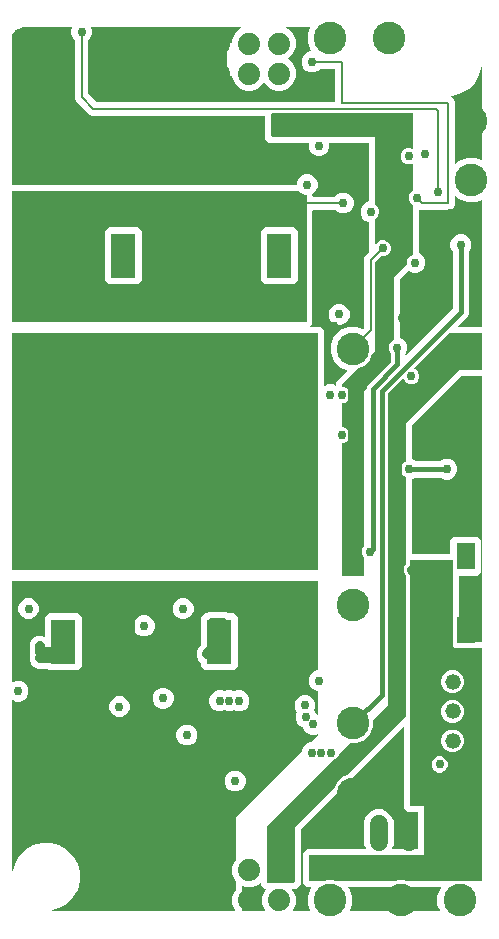
<source format=gbr>
G04 EAGLE Gerber RS-274X export*
G75*
%MOMM*%
%FSLAX34Y34*%
%LPD*%
%INTop Copper*%
%IPPOS*%
%AMOC8*
5,1,8,0,0,1.08239X$1,22.5*%
G01*
%ADD10C,1.508000*%
%ADD11C,2.760000*%
%ADD12R,2.082800X3.810000*%
%ADD13R,11.430000X8.890000*%
%ADD14C,1.320800*%
%ADD15C,1.879600*%
%ADD16R,1.600000X2.300000*%
%ADD17C,0.756400*%
%ADD18C,0.812800*%
%ADD19C,0.200000*%
%ADD20C,0.152400*%
%ADD21C,0.406400*%
%ADD22C,0.656400*%

G36*
X199422Y10929D02*
X199422Y10929D01*
X199447Y10926D01*
X199505Y10948D01*
X199565Y10962D01*
X199585Y10979D01*
X199609Y10988D01*
X199651Y11033D01*
X199699Y11072D01*
X199709Y11096D01*
X199727Y11115D01*
X199744Y11174D01*
X199770Y11231D01*
X199769Y11256D01*
X199776Y11281D01*
X199765Y11342D01*
X199763Y11404D01*
X199751Y11426D01*
X199746Y11452D01*
X199698Y11523D01*
X199680Y11556D01*
X199672Y11562D01*
X199665Y11572D01*
X199393Y11844D01*
X197201Y17136D01*
X197201Y22864D01*
X199393Y28156D01*
X200269Y29032D01*
X200309Y29096D01*
X200353Y29158D01*
X200355Y29170D01*
X200360Y29179D01*
X200364Y29216D01*
X200380Y29301D01*
X200380Y36099D01*
X200363Y36173D01*
X200350Y36248D01*
X200343Y36258D01*
X200341Y36268D01*
X200317Y36297D01*
X200269Y36368D01*
X199393Y37244D01*
X197201Y42536D01*
X197201Y48264D01*
X199393Y53556D01*
X200269Y54432D01*
X200309Y54496D01*
X200353Y54558D01*
X200355Y54570D01*
X200360Y54579D01*
X200364Y54616D01*
X200380Y54701D01*
X200380Y89843D01*
X256106Y145568D01*
X256146Y145633D01*
X256190Y145695D01*
X256192Y145707D01*
X256197Y145715D01*
X256201Y145752D01*
X256217Y145837D01*
X256217Y146747D01*
X257554Y149975D01*
X260025Y152446D01*
X263253Y153783D01*
X264163Y153783D01*
X264237Y153800D01*
X264312Y153813D01*
X264322Y153820D01*
X264332Y153822D01*
X264361Y153846D01*
X264432Y153894D01*
X270269Y159731D01*
X270278Y159746D01*
X270283Y159750D01*
X270289Y159764D01*
X270309Y159796D01*
X270353Y159858D01*
X270355Y159870D01*
X270360Y159878D01*
X270364Y159915D01*
X270380Y160000D01*
X270380Y160739D01*
X270371Y160776D01*
X270373Y160815D01*
X270352Y160860D01*
X270341Y160908D01*
X270316Y160937D01*
X270300Y160972D01*
X270262Y161003D01*
X270231Y161041D01*
X270195Y161057D01*
X270166Y161081D01*
X270118Y161092D01*
X270072Y161112D01*
X270034Y161111D01*
X269996Y161119D01*
X269937Y161107D01*
X269899Y161106D01*
X269881Y161096D01*
X269854Y161090D01*
X267747Y160217D01*
X264253Y160217D01*
X261025Y161554D01*
X258554Y164025D01*
X257581Y166375D01*
X257537Y166437D01*
X257496Y166501D01*
X257486Y166508D01*
X257480Y166516D01*
X257447Y166533D01*
X257375Y166581D01*
X255025Y167554D01*
X252554Y170025D01*
X251217Y173253D01*
X251217Y176747D01*
X252179Y179068D01*
X252189Y179131D01*
X252207Y179192D01*
X252203Y179216D01*
X252207Y179239D01*
X252188Y179300D01*
X252178Y179363D01*
X252162Y179385D01*
X252156Y179405D01*
X252130Y179433D01*
X252096Y179483D01*
X251554Y180025D01*
X250217Y183253D01*
X250217Y186747D01*
X251554Y189975D01*
X254025Y192446D01*
X257253Y193783D01*
X260747Y193783D01*
X263975Y192446D01*
X266446Y189975D01*
X267783Y186747D01*
X267783Y183253D01*
X266821Y180932D01*
X266811Y180869D01*
X266793Y180808D01*
X266797Y180784D01*
X266793Y180761D01*
X266812Y180700D01*
X266822Y180637D01*
X266838Y180615D01*
X266844Y180595D01*
X266870Y180567D01*
X266904Y180517D01*
X267446Y179975D01*
X268419Y177625D01*
X268463Y177563D01*
X268504Y177499D01*
X268514Y177492D01*
X268520Y177484D01*
X268553Y177467D01*
X268625Y177419D01*
X269855Y176910D01*
X269892Y176904D01*
X269928Y176888D01*
X269977Y176890D01*
X270025Y176882D01*
X270062Y176893D01*
X270101Y176894D01*
X270144Y176918D01*
X270191Y176932D01*
X270219Y176959D01*
X270253Y176977D01*
X270281Y177017D01*
X270317Y177051D01*
X270331Y177087D01*
X270353Y177119D01*
X270364Y177178D01*
X270377Y177214D01*
X270375Y177235D01*
X270380Y177261D01*
X270380Y196837D01*
X270369Y196887D01*
X270367Y196938D01*
X270349Y196970D01*
X270341Y197006D01*
X270308Y197045D01*
X270284Y197090D01*
X270254Y197111D01*
X270231Y197139D01*
X270184Y197160D01*
X270142Y197190D01*
X270100Y197198D01*
X270072Y197210D01*
X270042Y197209D01*
X270000Y197217D01*
X269253Y197217D01*
X266025Y198554D01*
X263554Y201025D01*
X262217Y204253D01*
X262217Y207747D01*
X263554Y210975D01*
X266025Y213446D01*
X269253Y214783D01*
X270000Y214783D01*
X270050Y214794D01*
X270101Y214796D01*
X270133Y214814D01*
X270169Y214822D01*
X270208Y214855D01*
X270253Y214879D01*
X270274Y214909D01*
X270302Y214932D01*
X270323Y214979D01*
X270353Y215021D01*
X270361Y215063D01*
X270373Y215091D01*
X270372Y215121D01*
X270380Y215163D01*
X270380Y290000D01*
X270369Y290050D01*
X270367Y290101D01*
X270349Y290133D01*
X270341Y290169D01*
X270308Y290208D01*
X270284Y290253D01*
X270254Y290274D01*
X270231Y290302D01*
X270184Y290323D01*
X270142Y290353D01*
X270100Y290361D01*
X270072Y290373D01*
X270042Y290372D01*
X270000Y290380D01*
X11303Y290380D01*
X11253Y290369D01*
X11202Y290367D01*
X11170Y290349D01*
X11134Y290341D01*
X11095Y290308D01*
X11050Y290284D01*
X11029Y290254D01*
X11001Y290231D01*
X10980Y290184D01*
X10950Y290142D01*
X10942Y290100D01*
X10930Y290072D01*
X10931Y290042D01*
X10923Y290000D01*
X10923Y204972D01*
X10932Y204935D01*
X10930Y204896D01*
X10951Y204852D01*
X10962Y204804D01*
X10987Y204774D01*
X11003Y204739D01*
X11041Y204708D01*
X11072Y204670D01*
X11108Y204654D01*
X11137Y204630D01*
X11185Y204619D01*
X11231Y204599D01*
X11269Y204601D01*
X11307Y204592D01*
X11366Y204604D01*
X11404Y204606D01*
X11422Y204616D01*
X11449Y204621D01*
X14253Y205783D01*
X17747Y205783D01*
X20975Y204446D01*
X23446Y201975D01*
X24783Y198747D01*
X24783Y195253D01*
X23446Y192025D01*
X20975Y189554D01*
X17747Y188217D01*
X14253Y188217D01*
X11449Y189379D01*
X11411Y189385D01*
X11375Y189401D01*
X11326Y189399D01*
X11278Y189407D01*
X11241Y189396D01*
X11202Y189394D01*
X11159Y189371D01*
X11112Y189356D01*
X11084Y189330D01*
X11050Y189312D01*
X11022Y189271D01*
X10986Y189237D01*
X10973Y189201D01*
X10950Y189170D01*
X10939Y189110D01*
X10926Y189075D01*
X10928Y189054D01*
X10923Y189028D01*
X10923Y45107D01*
X10931Y45070D01*
X10930Y45032D01*
X10951Y44987D01*
X10962Y44938D01*
X10986Y44909D01*
X11002Y44875D01*
X11041Y44843D01*
X11072Y44805D01*
X11107Y44789D01*
X11136Y44765D01*
X11185Y44754D01*
X11231Y44734D01*
X11268Y44735D01*
X11305Y44727D01*
X11354Y44738D01*
X11404Y44740D01*
X11437Y44758D01*
X11474Y44767D01*
X11512Y44799D01*
X11556Y44823D01*
X11578Y44854D01*
X11607Y44878D01*
X11634Y44934D01*
X11656Y44965D01*
X11660Y44988D01*
X11670Y45009D01*
X13292Y51063D01*
X17066Y57598D01*
X22402Y62934D01*
X28937Y66708D01*
X36227Y68661D01*
X43773Y68661D01*
X51063Y66708D01*
X57598Y62934D01*
X62934Y57598D01*
X66708Y51063D01*
X68661Y43773D01*
X68661Y36227D01*
X66708Y28937D01*
X62934Y22402D01*
X57598Y17066D01*
X51063Y13292D01*
X45009Y11670D01*
X44975Y11652D01*
X44938Y11644D01*
X44900Y11612D01*
X44856Y11588D01*
X44834Y11558D01*
X44805Y11534D01*
X44784Y11488D01*
X44755Y11447D01*
X44749Y11410D01*
X44734Y11375D01*
X44736Y11326D01*
X44728Y11276D01*
X44739Y11240D01*
X44740Y11202D01*
X44764Y11158D01*
X44779Y11111D01*
X44805Y11083D01*
X44823Y11050D01*
X44864Y11021D01*
X44898Y10985D01*
X44934Y10972D01*
X44965Y10950D01*
X45025Y10939D01*
X45061Y10926D01*
X45084Y10927D01*
X45107Y10923D01*
X199396Y10923D01*
X199422Y10929D01*
G37*
G36*
X270050Y299631D02*
X270050Y299631D01*
X270101Y299633D01*
X270133Y299651D01*
X270169Y299659D01*
X270208Y299692D01*
X270253Y299716D01*
X270274Y299746D01*
X270302Y299769D01*
X270323Y299816D01*
X270353Y299858D01*
X270361Y299900D01*
X270373Y299928D01*
X270372Y299958D01*
X270380Y300000D01*
X270380Y500000D01*
X270369Y500050D01*
X270367Y500101D01*
X270349Y500133D01*
X270341Y500169D01*
X270308Y500208D01*
X270284Y500253D01*
X270254Y500274D01*
X270231Y500302D01*
X270184Y500323D01*
X270142Y500353D01*
X270100Y500361D01*
X270072Y500373D01*
X270042Y500372D01*
X270000Y500380D01*
X11303Y500380D01*
X11253Y500369D01*
X11202Y500367D01*
X11170Y500349D01*
X11134Y500341D01*
X11095Y500308D01*
X11050Y500284D01*
X11029Y500254D01*
X11001Y500231D01*
X10980Y500184D01*
X10950Y500142D01*
X10942Y500100D01*
X10930Y500072D01*
X10931Y500042D01*
X10923Y500000D01*
X10923Y300000D01*
X10934Y299950D01*
X10936Y299899D01*
X10954Y299867D01*
X10962Y299831D01*
X10995Y299792D01*
X11019Y299747D01*
X11049Y299726D01*
X11072Y299698D01*
X11119Y299677D01*
X11161Y299647D01*
X11203Y299639D01*
X11231Y299627D01*
X11261Y299628D01*
X11303Y299620D01*
X270000Y299620D01*
X270050Y299631D01*
G37*
G36*
X260050Y509631D02*
X260050Y509631D01*
X260101Y509633D01*
X260133Y509651D01*
X260169Y509659D01*
X260208Y509692D01*
X260253Y509716D01*
X260274Y509746D01*
X260302Y509769D01*
X260323Y509816D01*
X260353Y509858D01*
X260361Y509900D01*
X260373Y509928D01*
X260372Y509958D01*
X260380Y510000D01*
X260380Y616837D01*
X260369Y616887D01*
X260367Y616938D01*
X260349Y616970D01*
X260341Y617006D01*
X260308Y617045D01*
X260284Y617090D01*
X260254Y617111D01*
X260231Y617139D01*
X260184Y617160D01*
X260142Y617190D01*
X260100Y617198D01*
X260072Y617210D01*
X260042Y617209D01*
X260000Y617217D01*
X259253Y617217D01*
X256025Y618554D01*
X254310Y620269D01*
X254246Y620309D01*
X254184Y620353D01*
X254172Y620355D01*
X254163Y620360D01*
X254126Y620364D01*
X254042Y620380D01*
X11303Y620380D01*
X11253Y620369D01*
X11202Y620367D01*
X11170Y620349D01*
X11134Y620341D01*
X11095Y620308D01*
X11050Y620284D01*
X11029Y620254D01*
X11001Y620231D01*
X10980Y620184D01*
X10950Y620142D01*
X10942Y620100D01*
X10930Y620072D01*
X10931Y620042D01*
X10923Y620000D01*
X10923Y510000D01*
X10934Y509950D01*
X10936Y509899D01*
X10954Y509867D01*
X10962Y509831D01*
X10995Y509792D01*
X11019Y509747D01*
X11049Y509726D01*
X11072Y509698D01*
X11119Y509677D01*
X11161Y509647D01*
X11203Y509639D01*
X11231Y509627D01*
X11261Y509628D01*
X11303Y509620D01*
X260000Y509620D01*
X260050Y509631D01*
G37*
G36*
X275825Y455533D02*
X275825Y455533D01*
X275863Y455535D01*
X275881Y455545D01*
X275907Y455550D01*
X278883Y456783D01*
X282377Y456783D01*
X285092Y455658D01*
X285130Y455652D01*
X285166Y455636D01*
X285215Y455638D01*
X285263Y455630D01*
X285300Y455641D01*
X285339Y455643D01*
X285382Y455666D01*
X285429Y455681D01*
X285457Y455707D01*
X285491Y455725D01*
X285519Y455766D01*
X285555Y455799D01*
X285568Y455836D01*
X285591Y455867D01*
X285602Y455927D01*
X285615Y455962D01*
X285613Y455983D01*
X285618Y456009D01*
X285618Y459229D01*
X294529Y468140D01*
X294549Y468173D01*
X294577Y468199D01*
X294595Y468246D01*
X294621Y468287D01*
X294624Y468326D01*
X294638Y468362D01*
X294632Y468411D01*
X294637Y468460D01*
X294623Y468496D01*
X294619Y468534D01*
X294593Y468576D01*
X294576Y468622D01*
X294547Y468648D01*
X294527Y468680D01*
X294476Y468714D01*
X294448Y468739D01*
X294428Y468745D01*
X294406Y468760D01*
X288850Y471062D01*
X283562Y476350D01*
X280699Y483260D01*
X280699Y490740D01*
X283562Y497650D01*
X288850Y502938D01*
X295760Y505801D01*
X303240Y505801D01*
X307892Y503874D01*
X307955Y503863D01*
X308016Y503845D01*
X308039Y503849D01*
X308063Y503846D01*
X308124Y503864D01*
X308186Y503875D01*
X308209Y503890D01*
X308229Y503896D01*
X308256Y503922D01*
X308306Y503956D01*
X309126Y504776D01*
X309166Y504840D01*
X309210Y504902D01*
X309212Y504914D01*
X309217Y504923D01*
X309221Y504960D01*
X309237Y505045D01*
X309237Y563146D01*
X310115Y565264D01*
X313507Y568657D01*
X313547Y568721D01*
X313591Y568783D01*
X313593Y568795D01*
X313598Y568804D01*
X313602Y568841D01*
X313618Y568926D01*
X313618Y593837D01*
X313607Y593887D01*
X313605Y593938D01*
X313587Y593970D01*
X313579Y594006D01*
X313546Y594045D01*
X313522Y594090D01*
X313492Y594111D01*
X313469Y594139D01*
X313422Y594160D01*
X313380Y594190D01*
X313338Y594198D01*
X313310Y594210D01*
X313280Y594209D01*
X313266Y594212D01*
X310025Y595554D01*
X307554Y598025D01*
X306217Y601253D01*
X306217Y604747D01*
X307554Y607975D01*
X310025Y610446D01*
X313272Y611791D01*
X313288Y611794D01*
X313339Y611796D01*
X313371Y611814D01*
X313407Y611822D01*
X313446Y611855D01*
X313491Y611879D01*
X313512Y611909D01*
X313540Y611932D01*
X313561Y611979D01*
X313591Y612021D01*
X313599Y612063D01*
X313611Y612091D01*
X313610Y612121D01*
X313618Y612163D01*
X313618Y661238D01*
X313607Y661288D01*
X313605Y661339D01*
X313587Y661371D01*
X313579Y661407D01*
X313546Y661446D01*
X313522Y661491D01*
X313492Y661512D01*
X313469Y661540D01*
X313422Y661561D01*
X313380Y661591D01*
X313338Y661599D01*
X313310Y661611D01*
X313280Y661610D01*
X313238Y661618D01*
X279991Y661618D01*
X279953Y661609D01*
X279915Y661611D01*
X279870Y661590D01*
X279822Y661579D01*
X279792Y661554D01*
X279758Y661538D01*
X279727Y661500D01*
X279689Y661469D01*
X279673Y661433D01*
X279649Y661404D01*
X279638Y661356D01*
X279618Y661310D01*
X279619Y661272D01*
X279611Y661234D01*
X279623Y661175D01*
X279624Y661137D01*
X279634Y661119D01*
X279640Y661092D01*
X279783Y660747D01*
X279783Y657253D01*
X278446Y654025D01*
X275975Y651554D01*
X272747Y650217D01*
X269253Y650217D01*
X266025Y651554D01*
X263554Y654025D01*
X262217Y657253D01*
X262217Y660747D01*
X262360Y661092D01*
X262367Y661130D01*
X262382Y661166D01*
X262380Y661215D01*
X262388Y661263D01*
X262377Y661300D01*
X262376Y661339D01*
X262352Y661382D01*
X262338Y661429D01*
X262311Y661457D01*
X262293Y661491D01*
X262253Y661519D01*
X262219Y661555D01*
X262183Y661568D01*
X262151Y661591D01*
X262092Y661602D01*
X262056Y661615D01*
X262036Y661613D01*
X262009Y661618D01*
X228771Y661618D01*
X225618Y664771D01*
X225618Y683857D01*
X225607Y683907D01*
X225605Y683958D01*
X225587Y683990D01*
X225579Y684026D01*
X225546Y684065D01*
X225522Y684110D01*
X225492Y684131D01*
X225469Y684159D01*
X225422Y684180D01*
X225380Y684210D01*
X225338Y684218D01*
X225310Y684230D01*
X225280Y684229D01*
X225238Y684237D01*
X78854Y684237D01*
X76736Y685115D01*
X65115Y696736D01*
X64237Y698854D01*
X64237Y748481D01*
X64220Y748555D01*
X64207Y748629D01*
X64200Y748639D01*
X64198Y748649D01*
X64174Y748678D01*
X64126Y748749D01*
X62554Y750321D01*
X61217Y753549D01*
X61217Y757043D01*
X61842Y758551D01*
X61848Y758589D01*
X61864Y758625D01*
X61862Y758674D01*
X61870Y758722D01*
X61859Y758759D01*
X61858Y758798D01*
X61834Y758841D01*
X61820Y758888D01*
X61793Y758916D01*
X61775Y758950D01*
X61734Y758978D01*
X61701Y759014D01*
X61665Y759027D01*
X61633Y759050D01*
X61573Y759061D01*
X61538Y759074D01*
X61517Y759072D01*
X61491Y759077D01*
X20000Y759077D01*
X19987Y759074D01*
X19970Y759076D01*
X18610Y758969D01*
X18576Y758958D01*
X18522Y758952D01*
X15934Y758111D01*
X15901Y758091D01*
X15871Y758077D01*
X15862Y758075D01*
X15856Y758070D01*
X15828Y758057D01*
X13627Y756457D01*
X13602Y756428D01*
X13543Y756373D01*
X11943Y754172D01*
X11928Y754136D01*
X11889Y754066D01*
X11048Y751478D01*
X11045Y751442D01*
X11031Y751390D01*
X10924Y750030D01*
X10926Y750017D01*
X10923Y750000D01*
X10923Y625762D01*
X10934Y625712D01*
X10936Y625661D01*
X10954Y625629D01*
X10962Y625593D01*
X10995Y625554D01*
X11019Y625509D01*
X11049Y625488D01*
X11072Y625460D01*
X11119Y625439D01*
X11161Y625409D01*
X11203Y625401D01*
X11231Y625389D01*
X11261Y625390D01*
X11303Y625382D01*
X251837Y625382D01*
X251887Y625393D01*
X251938Y625395D01*
X251970Y625413D01*
X252006Y625421D01*
X252045Y625454D01*
X252090Y625478D01*
X252111Y625508D01*
X252139Y625531D01*
X252160Y625578D01*
X252190Y625620D01*
X252198Y625662D01*
X252210Y625690D01*
X252209Y625713D01*
X252210Y625715D01*
X252210Y625724D01*
X252217Y625762D01*
X252217Y627747D01*
X253554Y630975D01*
X256025Y633446D01*
X259253Y634783D01*
X262747Y634783D01*
X265975Y633446D01*
X268446Y630975D01*
X269783Y627747D01*
X269783Y624253D01*
X268446Y621025D01*
X265975Y618554D01*
X265616Y618406D01*
X265565Y618369D01*
X265509Y618338D01*
X265495Y618319D01*
X265476Y618305D01*
X265446Y618249D01*
X265409Y618197D01*
X265404Y618170D01*
X265394Y618152D01*
X265393Y618114D01*
X265382Y618055D01*
X265382Y616143D01*
X265393Y616093D01*
X265395Y616042D01*
X265413Y616010D01*
X265421Y615974D01*
X265454Y615935D01*
X265478Y615890D01*
X265508Y615869D01*
X265531Y615841D01*
X265578Y615820D01*
X265620Y615790D01*
X265662Y615782D01*
X265690Y615770D01*
X265720Y615771D01*
X265762Y615763D01*
X284185Y615763D01*
X284259Y615780D01*
X284333Y615793D01*
X284343Y615800D01*
X284353Y615802D01*
X284382Y615826D01*
X284453Y615874D01*
X286525Y617946D01*
X289753Y619283D01*
X293247Y619283D01*
X296475Y617946D01*
X298946Y615475D01*
X300283Y612247D01*
X300283Y608753D01*
X298946Y605525D01*
X296475Y603054D01*
X293247Y601717D01*
X289753Y601717D01*
X286525Y603054D01*
X285453Y604126D01*
X285389Y604166D01*
X285327Y604210D01*
X285315Y604212D01*
X285306Y604217D01*
X285269Y604221D01*
X285185Y604237D01*
X265762Y604237D01*
X265712Y604226D01*
X265661Y604224D01*
X265629Y604206D01*
X265593Y604198D01*
X265554Y604165D01*
X265509Y604141D01*
X265488Y604111D01*
X265460Y604088D01*
X265439Y604041D01*
X265409Y603999D01*
X265401Y603957D01*
X265389Y603929D01*
X265390Y603899D01*
X265382Y603857D01*
X265382Y507771D01*
X263642Y506031D01*
X263628Y506009D01*
X263608Y505993D01*
X263583Y505936D01*
X263550Y505884D01*
X263548Y505858D01*
X263537Y505834D01*
X263540Y505773D01*
X263534Y505711D01*
X263543Y505687D01*
X263544Y505661D01*
X263573Y505607D01*
X263595Y505549D01*
X263614Y505532D01*
X263627Y505509D01*
X263677Y505474D01*
X263723Y505432D01*
X263747Y505424D01*
X263768Y505409D01*
X263853Y505393D01*
X263889Y505382D01*
X263899Y505384D01*
X263911Y505382D01*
X272229Y505382D01*
X275382Y502229D01*
X275382Y455902D01*
X275391Y455864D01*
X275389Y455826D01*
X275410Y455781D01*
X275421Y455733D01*
X275446Y455703D01*
X275462Y455668D01*
X275500Y455637D01*
X275531Y455599D01*
X275567Y455583D01*
X275596Y455559D01*
X275644Y455548D01*
X275690Y455528D01*
X275728Y455530D01*
X275766Y455521D01*
X275825Y455533D01*
G37*
G36*
X276147Y36620D02*
X276147Y36620D01*
X276149Y36620D01*
X276291Y36649D01*
X276658Y36801D01*
X283342Y36801D01*
X283709Y36649D01*
X283711Y36648D01*
X283712Y36647D01*
X283854Y36620D01*
X336146Y36620D01*
X336147Y36620D01*
X336149Y36620D01*
X336291Y36649D01*
X336658Y36801D01*
X343342Y36801D01*
X343709Y36649D01*
X343711Y36648D01*
X343712Y36647D01*
X343854Y36620D01*
X408697Y36620D01*
X408747Y36631D01*
X408798Y36633D01*
X408830Y36651D01*
X408866Y36659D01*
X408905Y36692D01*
X408950Y36716D01*
X408971Y36746D01*
X408999Y36769D01*
X409020Y36816D01*
X409050Y36858D01*
X409058Y36900D01*
X409070Y36928D01*
X409069Y36958D01*
X409077Y37000D01*
X409077Y233000D01*
X409066Y233050D01*
X409064Y233101D01*
X409046Y233133D01*
X409038Y233169D01*
X409005Y233208D01*
X408981Y233253D01*
X408951Y233274D01*
X408928Y233302D01*
X408881Y233323D01*
X408839Y233353D01*
X408797Y233361D01*
X408769Y233373D01*
X408739Y233372D01*
X408697Y233380D01*
X386158Y233380D01*
X384380Y235158D01*
X384380Y235219D01*
X384363Y235293D01*
X384350Y235367D01*
X384343Y235378D01*
X384341Y235387D01*
X384317Y235416D01*
X384269Y235487D01*
X383999Y235757D01*
X383999Y261243D01*
X384269Y261513D01*
X384309Y261577D01*
X384353Y261639D01*
X384355Y261651D01*
X384360Y261660D01*
X384364Y261697D01*
X384380Y261781D01*
X384380Y298219D01*
X384363Y298293D01*
X384350Y298367D01*
X384343Y298378D01*
X384341Y298387D01*
X384317Y298416D01*
X384269Y298487D01*
X383999Y298757D01*
X383999Y308000D01*
X383988Y308050D01*
X383986Y308101D01*
X383968Y308133D01*
X383960Y308169D01*
X383927Y308208D01*
X383903Y308253D01*
X383873Y308274D01*
X383850Y308302D01*
X383803Y308323D01*
X383761Y308353D01*
X383719Y308361D01*
X383691Y308373D01*
X383661Y308372D01*
X383619Y308380D01*
X348000Y308380D01*
X347950Y308369D01*
X347899Y308367D01*
X347867Y308349D01*
X347831Y308341D01*
X347792Y308308D01*
X347747Y308284D01*
X347726Y308254D01*
X347698Y308231D01*
X347677Y308184D01*
X347647Y308142D01*
X347639Y308100D01*
X347627Y308072D01*
X347628Y308042D01*
X347620Y308000D01*
X347620Y100000D01*
X347631Y99950D01*
X347633Y99899D01*
X347651Y99867D01*
X347659Y99831D01*
X347692Y99792D01*
X347716Y99747D01*
X347746Y99726D01*
X347769Y99698D01*
X347816Y99677D01*
X347858Y99647D01*
X347900Y99639D01*
X347928Y99627D01*
X347958Y99628D01*
X348000Y99620D01*
X359620Y99620D01*
X359620Y58380D01*
X263000Y58380D01*
X262950Y58369D01*
X262899Y58367D01*
X262867Y58349D01*
X262831Y58341D01*
X262792Y58308D01*
X262747Y58284D01*
X262726Y58254D01*
X262698Y58231D01*
X262677Y58184D01*
X262647Y58142D01*
X262639Y58100D01*
X262627Y58072D01*
X262628Y58042D01*
X262620Y58000D01*
X262620Y37000D01*
X262631Y36950D01*
X262633Y36899D01*
X262651Y36867D01*
X262659Y36831D01*
X262692Y36792D01*
X262716Y36747D01*
X262746Y36726D01*
X262769Y36698D01*
X262816Y36677D01*
X262858Y36647D01*
X262900Y36639D01*
X262928Y36627D01*
X262958Y36628D01*
X263000Y36620D01*
X276146Y36620D01*
X276147Y36620D01*
G37*
G36*
X309050Y294631D02*
X309050Y294631D01*
X309101Y294633D01*
X309133Y294651D01*
X309169Y294659D01*
X309208Y294692D01*
X309253Y294716D01*
X309274Y294746D01*
X309302Y294769D01*
X309323Y294816D01*
X309353Y294858D01*
X309361Y294900D01*
X309373Y294928D01*
X309372Y294958D01*
X309380Y295000D01*
X309380Y309870D01*
X309367Y309928D01*
X309367Y309930D01*
X309366Y309932D01*
X309363Y309944D01*
X309350Y310019D01*
X309343Y310029D01*
X309341Y310039D01*
X309317Y310067D01*
X309269Y310139D01*
X308250Y311158D01*
X307217Y313651D01*
X307217Y316349D01*
X308250Y318842D01*
X309269Y319861D01*
X309309Y319926D01*
X309353Y319988D01*
X309355Y320000D01*
X309360Y320008D01*
X309364Y320045D01*
X309380Y320130D01*
X309380Y450843D01*
X311268Y452730D01*
X311308Y452795D01*
X311352Y452857D01*
X311354Y452869D01*
X311359Y452877D01*
X311363Y452914D01*
X311379Y452999D01*
X311379Y455399D01*
X331856Y475876D01*
X331896Y475941D01*
X331940Y476003D01*
X331942Y476015D01*
X331947Y476023D01*
X331951Y476060D01*
X331967Y476145D01*
X331967Y483283D01*
X331950Y483357D01*
X331937Y483432D01*
X331930Y483442D01*
X331928Y483452D01*
X331904Y483481D01*
X331856Y483552D01*
X331250Y484158D01*
X330217Y486651D01*
X330217Y489349D01*
X331250Y491842D01*
X333158Y493750D01*
X334146Y494159D01*
X334197Y494196D01*
X334253Y494227D01*
X334267Y494246D01*
X334286Y494260D01*
X334316Y494316D01*
X334353Y494368D01*
X334358Y494395D01*
X334368Y494413D01*
X334369Y494451D01*
X334380Y494511D01*
X334380Y511182D01*
X334380Y511183D01*
X334380Y511185D01*
X334351Y511327D01*
X334217Y511651D01*
X334217Y514349D01*
X334351Y514673D01*
X334352Y514675D01*
X334353Y514676D01*
X334380Y514818D01*
X334380Y547843D01*
X345106Y558568D01*
X345146Y558633D01*
X345190Y558695D01*
X345192Y558707D01*
X345197Y558715D01*
X345201Y558752D01*
X345217Y558837D01*
X345217Y561349D01*
X346250Y563842D01*
X348158Y565750D01*
X350146Y566573D01*
X350197Y566610D01*
X350253Y566641D01*
X350267Y566660D01*
X350286Y566674D01*
X350316Y566731D01*
X350353Y566782D01*
X350358Y566809D01*
X350368Y566827D01*
X350369Y566865D01*
X350380Y566925D01*
X350380Y608697D01*
X350366Y608758D01*
X350359Y608822D01*
X350346Y608842D01*
X350341Y608865D01*
X350300Y608914D01*
X350266Y608968D01*
X350244Y608983D01*
X350231Y608999D01*
X350196Y609014D01*
X350146Y609048D01*
X349658Y609250D01*
X347750Y611158D01*
X346717Y613651D01*
X346717Y616349D01*
X347750Y618842D01*
X349658Y620750D01*
X350146Y620952D01*
X350197Y620989D01*
X350253Y621019D01*
X350267Y621039D01*
X350286Y621053D01*
X350316Y621109D01*
X350353Y621161D01*
X350358Y621188D01*
X350368Y621206D01*
X350369Y621244D01*
X350380Y621303D01*
X350380Y643489D01*
X350371Y643527D01*
X350373Y643565D01*
X350352Y643610D01*
X350341Y643658D01*
X350316Y643688D01*
X350300Y643723D01*
X350262Y643754D01*
X350231Y643792D01*
X350195Y643808D01*
X350166Y643832D01*
X350118Y643843D01*
X350072Y643863D01*
X350034Y643861D01*
X349996Y643870D01*
X349937Y643858D01*
X349899Y643856D01*
X349881Y643846D01*
X349854Y643841D01*
X348349Y643217D01*
X345651Y643217D01*
X343158Y644250D01*
X341250Y646158D01*
X340217Y648651D01*
X340217Y651349D01*
X341250Y653842D01*
X343158Y655750D01*
X345651Y656783D01*
X348349Y656783D01*
X349854Y656159D01*
X349892Y656153D01*
X349928Y656137D01*
X349977Y656139D01*
X350025Y656131D01*
X350062Y656142D01*
X350101Y656144D01*
X350144Y656167D01*
X350191Y656182D01*
X350219Y656208D01*
X350253Y656227D01*
X350281Y656267D01*
X350317Y656301D01*
X350330Y656337D01*
X350353Y656368D01*
X350364Y656428D01*
X350377Y656463D01*
X350375Y656484D01*
X350380Y656511D01*
X350380Y685857D01*
X350369Y685907D01*
X350367Y685958D01*
X350349Y685990D01*
X350341Y686026D01*
X350308Y686065D01*
X350284Y686110D01*
X350254Y686131D01*
X350231Y686159D01*
X350184Y686180D01*
X350142Y686210D01*
X350100Y686218D01*
X350072Y686230D01*
X350042Y686229D01*
X350000Y686237D01*
X231000Y686237D01*
X230950Y686226D01*
X230899Y686224D01*
X230867Y686206D01*
X230831Y686198D01*
X230792Y686165D01*
X230747Y686141D01*
X230726Y686111D01*
X230698Y686088D01*
X230677Y686041D01*
X230647Y685999D01*
X230639Y685957D01*
X230627Y685929D01*
X230628Y685899D01*
X230620Y685857D01*
X230620Y667000D01*
X230631Y666950D01*
X230633Y666899D01*
X230651Y666867D01*
X230659Y666831D01*
X230692Y666792D01*
X230716Y666747D01*
X230746Y666726D01*
X230769Y666698D01*
X230816Y666677D01*
X230858Y666647D01*
X230900Y666639D01*
X230928Y666627D01*
X230958Y666628D01*
X231000Y666620D01*
X318620Y666620D01*
X318620Y609096D01*
X318634Y609034D01*
X318641Y608971D01*
X318654Y608951D01*
X318659Y608928D01*
X318700Y608878D01*
X318734Y608825D01*
X318756Y608810D01*
X318769Y608794D01*
X318804Y608778D01*
X318833Y608759D01*
X320750Y606842D01*
X321783Y604349D01*
X321783Y601651D01*
X320750Y599158D01*
X318829Y597237D01*
X318803Y597218D01*
X318747Y597188D01*
X318733Y597168D01*
X318714Y597154D01*
X318684Y597098D01*
X318647Y597046D01*
X318642Y597020D01*
X318632Y597001D01*
X318631Y596963D01*
X318620Y596904D01*
X318620Y576130D01*
X318626Y576105D01*
X318623Y576079D01*
X318645Y576021D01*
X318659Y575961D01*
X318676Y575941D01*
X318685Y575917D01*
X318730Y575875D01*
X318769Y575828D01*
X318793Y575817D01*
X318812Y575800D01*
X318871Y575782D01*
X318928Y575757D01*
X318953Y575758D01*
X318978Y575750D01*
X319039Y575761D01*
X319101Y575763D01*
X319123Y575776D01*
X319149Y575780D01*
X319220Y575828D01*
X319253Y575846D01*
X319259Y575854D01*
X319269Y575861D01*
X321158Y577750D01*
X323651Y578783D01*
X326349Y578783D01*
X328842Y577750D01*
X330750Y575842D01*
X331783Y573349D01*
X331783Y570651D01*
X330750Y568158D01*
X328842Y566250D01*
X326349Y565217D01*
X323696Y565217D01*
X323622Y565200D01*
X323547Y565187D01*
X323537Y565180D01*
X323527Y565178D01*
X323499Y565154D01*
X323427Y565106D01*
X318874Y560553D01*
X318834Y560488D01*
X318790Y560426D01*
X318788Y560414D01*
X318783Y560406D01*
X318779Y560369D01*
X318763Y560284D01*
X318763Y500941D01*
X318731Y500910D01*
X318691Y500845D01*
X318647Y500783D01*
X318645Y500771D01*
X318640Y500763D01*
X318636Y500726D01*
X318620Y500641D01*
X318620Y485158D01*
X315775Y482312D01*
X315774Y482311D01*
X315772Y482310D01*
X315692Y482189D01*
X313743Y477483D01*
X309017Y472757D01*
X304311Y470808D01*
X304310Y470807D01*
X304308Y470806D01*
X304188Y470725D01*
X290731Y457269D01*
X290700Y457219D01*
X290698Y457217D01*
X290694Y457209D01*
X290691Y457204D01*
X290647Y457142D01*
X290645Y457130D01*
X290640Y457122D01*
X290636Y457085D01*
X290635Y457077D01*
X290627Y457059D01*
X290627Y457040D01*
X290620Y457000D01*
X290620Y455163D01*
X290631Y455113D01*
X290633Y455062D01*
X290651Y455030D01*
X290659Y454994D01*
X290692Y454955D01*
X290716Y454910D01*
X290746Y454889D01*
X290769Y454861D01*
X290816Y454840D01*
X290858Y454810D01*
X290900Y454802D01*
X290928Y454790D01*
X290958Y454791D01*
X291000Y454783D01*
X291979Y454783D01*
X294472Y453750D01*
X296380Y451842D01*
X297413Y449349D01*
X297413Y446651D01*
X296380Y444158D01*
X294472Y442250D01*
X291979Y441217D01*
X291000Y441217D01*
X290950Y441206D01*
X290899Y441204D01*
X290867Y441186D01*
X290831Y441178D01*
X290792Y441145D01*
X290747Y441121D01*
X290726Y441091D01*
X290698Y441068D01*
X290677Y441021D01*
X290647Y440979D01*
X290639Y440937D01*
X290627Y440909D01*
X290628Y440879D01*
X290620Y440837D01*
X290620Y421163D01*
X290631Y421113D01*
X290633Y421062D01*
X290651Y421030D01*
X290659Y420994D01*
X290692Y420955D01*
X290716Y420910D01*
X290746Y420889D01*
X290769Y420861D01*
X290816Y420840D01*
X290858Y420810D01*
X290900Y420802D01*
X290928Y420790D01*
X290958Y420791D01*
X291000Y420783D01*
X291349Y420783D01*
X293842Y419750D01*
X295750Y417842D01*
X296783Y415349D01*
X296783Y412651D01*
X295750Y410158D01*
X293842Y408250D01*
X291349Y407217D01*
X291000Y407217D01*
X290950Y407206D01*
X290899Y407204D01*
X290867Y407186D01*
X290831Y407178D01*
X290792Y407145D01*
X290747Y407121D01*
X290726Y407091D01*
X290698Y407068D01*
X290677Y407021D01*
X290647Y406979D01*
X290639Y406937D01*
X290627Y406909D01*
X290628Y406879D01*
X290620Y406837D01*
X290620Y295000D01*
X290631Y294950D01*
X290633Y294899D01*
X290651Y294867D01*
X290659Y294831D01*
X290692Y294792D01*
X290716Y294747D01*
X290746Y294726D01*
X290769Y294698D01*
X290816Y294677D01*
X290858Y294647D01*
X290900Y294639D01*
X290928Y294627D01*
X290958Y294628D01*
X291000Y294620D01*
X309000Y294620D01*
X309050Y294631D01*
G37*
G36*
X249074Y34637D02*
X249074Y34637D01*
X249149Y34650D01*
X249159Y34657D01*
X249169Y34659D01*
X249198Y34683D01*
X249269Y34731D01*
X250269Y35731D01*
X250309Y35796D01*
X250353Y35858D01*
X250355Y35870D01*
X250360Y35878D01*
X250364Y35915D01*
X250380Y36000D01*
X250380Y81843D01*
X284079Y115541D01*
X284080Y115543D01*
X284081Y115544D01*
X284161Y115665D01*
X285757Y119517D01*
X290483Y124243D01*
X294335Y125839D01*
X294337Y125840D01*
X294339Y125840D01*
X294459Y125921D01*
X344269Y175731D01*
X344309Y175796D01*
X344353Y175858D01*
X344355Y175870D01*
X344360Y175878D01*
X344364Y175915D01*
X344380Y176000D01*
X344380Y295471D01*
X344369Y295521D01*
X344367Y295572D01*
X344354Y295594D01*
X344350Y295620D01*
X344343Y295630D01*
X344341Y295640D01*
X344317Y295669D01*
X344301Y295692D01*
X344284Y295724D01*
X344276Y295730D01*
X344269Y295740D01*
X344011Y295998D01*
X342935Y298595D01*
X342935Y301405D01*
X344011Y304002D01*
X344269Y304260D01*
X344309Y304325D01*
X344353Y304387D01*
X344355Y304399D01*
X344360Y304407D01*
X344364Y304444D01*
X344380Y304529D01*
X344380Y378489D01*
X344366Y378551D01*
X344359Y378614D01*
X344346Y378635D01*
X344341Y378658D01*
X344300Y378707D01*
X344266Y378761D01*
X344244Y378776D01*
X344231Y378792D01*
X344196Y378807D01*
X344146Y378841D01*
X343158Y379250D01*
X341250Y381158D01*
X340217Y383651D01*
X340217Y386349D01*
X341250Y388842D01*
X343158Y390750D01*
X344146Y391159D01*
X344197Y391196D01*
X344253Y391227D01*
X344267Y391246D01*
X344286Y391260D01*
X344316Y391316D01*
X344353Y391368D01*
X344358Y391395D01*
X344368Y391413D01*
X344369Y391451D01*
X344380Y391511D01*
X344380Y423843D01*
X389158Y468620D01*
X408697Y468620D01*
X408747Y468631D01*
X408798Y468633D01*
X408830Y468651D01*
X408866Y468659D01*
X408905Y468692D01*
X408950Y468716D01*
X408971Y468746D01*
X408999Y468769D01*
X409020Y468816D01*
X409050Y468858D01*
X409058Y468900D01*
X409070Y468928D01*
X409069Y468958D01*
X409077Y469000D01*
X409077Y500000D01*
X409066Y500050D01*
X409064Y500101D01*
X409046Y500133D01*
X409038Y500169D01*
X409005Y500208D01*
X408981Y500253D01*
X408951Y500274D01*
X408928Y500302D01*
X408881Y500323D01*
X408839Y500353D01*
X408797Y500361D01*
X408769Y500373D01*
X408739Y500372D01*
X408697Y500380D01*
X381000Y500380D01*
X380926Y500363D01*
X380851Y500350D01*
X380841Y500343D01*
X380831Y500341D01*
X380802Y500317D01*
X380731Y500269D01*
X351307Y470845D01*
X351287Y470812D01*
X351259Y470785D01*
X351241Y470739D01*
X351215Y470697D01*
X351212Y470659D01*
X351198Y470623D01*
X351204Y470574D01*
X351199Y470525D01*
X351213Y470489D01*
X351217Y470451D01*
X351243Y470409D01*
X351261Y470363D01*
X351289Y470337D01*
X351309Y470304D01*
X351360Y470271D01*
X351388Y470245D01*
X351408Y470239D01*
X351430Y470224D01*
X353031Y469561D01*
X354939Y467653D01*
X355971Y465160D01*
X355971Y462462D01*
X354939Y459969D01*
X353031Y458061D01*
X350538Y457029D01*
X347840Y457029D01*
X345347Y458061D01*
X343439Y459969D01*
X342776Y461570D01*
X342753Y461601D01*
X342739Y461637D01*
X342703Y461671D01*
X342675Y461711D01*
X342641Y461729D01*
X342612Y461755D01*
X342565Y461769D01*
X342522Y461792D01*
X342483Y461793D01*
X342446Y461804D01*
X342398Y461795D01*
X342348Y461797D01*
X342313Y461781D01*
X342276Y461774D01*
X342225Y461740D01*
X342191Y461725D01*
X342178Y461708D01*
X342155Y461693D01*
X329731Y449269D01*
X329691Y449204D01*
X329647Y449142D01*
X329645Y449130D01*
X329640Y449122D01*
X329636Y449085D01*
X329620Y449000D01*
X329620Y185158D01*
X316912Y172450D01*
X316872Y172385D01*
X316828Y172323D01*
X316826Y172311D01*
X316821Y172303D01*
X316817Y172266D01*
X316801Y172181D01*
X316801Y166658D01*
X314243Y160483D01*
X309517Y155757D01*
X303342Y153199D01*
X297819Y153199D01*
X297745Y153182D01*
X297670Y153169D01*
X297660Y153162D01*
X297650Y153160D01*
X297621Y153136D01*
X297550Y153088D01*
X287603Y143140D01*
X287602Y143139D01*
X287600Y143138D01*
X287520Y143017D01*
X286750Y141158D01*
X284842Y139250D01*
X282983Y138480D01*
X282981Y138479D01*
X282980Y138478D01*
X282860Y138397D01*
X226731Y82269D01*
X226691Y82204D01*
X226647Y82142D01*
X226645Y82130D01*
X226640Y82122D01*
X226636Y82085D01*
X226620Y82000D01*
X226620Y35000D01*
X226631Y34950D01*
X226633Y34899D01*
X226651Y34867D01*
X226659Y34831D01*
X226692Y34792D01*
X226716Y34747D01*
X226746Y34726D01*
X226769Y34698D01*
X226816Y34677D01*
X226858Y34647D01*
X226900Y34639D01*
X226928Y34627D01*
X226958Y34628D01*
X227000Y34620D01*
X249000Y34620D01*
X249074Y34637D01*
G37*
G36*
X283907Y695774D02*
X283907Y695774D01*
X283958Y695776D01*
X283990Y695794D01*
X284026Y695802D01*
X284065Y695835D01*
X284110Y695859D01*
X284131Y695889D01*
X284159Y695912D01*
X284180Y695959D01*
X284210Y696001D01*
X284218Y696043D01*
X284230Y696071D01*
X284229Y696101D01*
X284237Y696143D01*
X284237Y723857D01*
X284226Y723907D01*
X284224Y723958D01*
X284206Y723990D01*
X284198Y724026D01*
X284165Y724065D01*
X284141Y724110D01*
X284111Y724131D01*
X284088Y724159D01*
X284041Y724180D01*
X283999Y724210D01*
X283957Y724218D01*
X283929Y724230D01*
X283899Y724229D01*
X283857Y724237D01*
X271815Y724237D01*
X271741Y724220D01*
X271667Y724207D01*
X271656Y724200D01*
X271647Y724198D01*
X271618Y724174D01*
X271547Y724126D01*
X269975Y722554D01*
X266747Y721217D01*
X263253Y721217D01*
X260025Y722554D01*
X257554Y725025D01*
X256217Y728253D01*
X256217Y731747D01*
X257554Y734975D01*
X260025Y737446D01*
X263253Y738783D01*
X263728Y738783D01*
X263765Y738792D01*
X263803Y738790D01*
X263848Y738811D01*
X263896Y738822D01*
X263926Y738847D01*
X263961Y738863D01*
X263992Y738901D01*
X264030Y738932D01*
X264046Y738968D01*
X264070Y738997D01*
X264081Y739045D01*
X264101Y739091D01*
X264099Y739129D01*
X264108Y739167D01*
X264096Y739226D01*
X264094Y739264D01*
X264084Y739282D01*
X264079Y739309D01*
X261199Y746260D01*
X261199Y753740D01*
X263192Y758551D01*
X263199Y758589D01*
X263214Y758625D01*
X263212Y758674D01*
X263220Y758722D01*
X263209Y758759D01*
X263208Y758798D01*
X263184Y758841D01*
X263170Y758888D01*
X263143Y758916D01*
X263125Y758950D01*
X263085Y758978D01*
X263051Y759014D01*
X263015Y759027D01*
X262983Y759050D01*
X262924Y759061D01*
X262888Y759074D01*
X262868Y759072D01*
X262841Y759077D01*
X243517Y759077D01*
X243505Y759074D01*
X243492Y759076D01*
X243421Y759055D01*
X243349Y759038D01*
X243339Y759030D01*
X243326Y759026D01*
X243272Y758975D01*
X243215Y758928D01*
X243210Y758916D01*
X243200Y758907D01*
X243175Y758837D01*
X243144Y758769D01*
X243145Y758756D01*
X243140Y758744D01*
X243148Y758671D01*
X243151Y758596D01*
X243157Y758585D01*
X243158Y758572D01*
X243198Y758509D01*
X243234Y758444D01*
X243244Y758437D01*
X243251Y758426D01*
X243372Y758346D01*
X245156Y757607D01*
X249207Y753556D01*
X251399Y748264D01*
X251399Y742536D01*
X249207Y737244D01*
X245156Y733193D01*
X244813Y733051D01*
X244792Y733036D01*
X244768Y733029D01*
X244723Y732986D01*
X244673Y732950D01*
X244660Y732927D01*
X244642Y732910D01*
X244620Y732852D01*
X244591Y732797D01*
X244590Y732772D01*
X244582Y732747D01*
X244588Y732686D01*
X244586Y732624D01*
X244597Y732601D01*
X244600Y732575D01*
X244633Y732523D01*
X244659Y732467D01*
X244679Y732450D01*
X244692Y732429D01*
X244765Y732381D01*
X244793Y732358D01*
X244803Y732355D01*
X244813Y732349D01*
X245156Y732207D01*
X249207Y728156D01*
X251399Y722864D01*
X251399Y717136D01*
X249207Y711844D01*
X245156Y707793D01*
X239864Y705601D01*
X234136Y705601D01*
X228844Y707793D01*
X224793Y711844D01*
X224651Y712187D01*
X224636Y712208D01*
X224629Y712232D01*
X224586Y712277D01*
X224550Y712327D01*
X224527Y712340D01*
X224510Y712358D01*
X224452Y712380D01*
X224397Y712409D01*
X224372Y712410D01*
X224347Y712418D01*
X224286Y712412D01*
X224224Y712414D01*
X224201Y712403D01*
X224175Y712400D01*
X224123Y712367D01*
X224067Y712341D01*
X224050Y712321D01*
X224029Y712308D01*
X223981Y712235D01*
X223958Y712207D01*
X223955Y712197D01*
X223949Y712187D01*
X223807Y711844D01*
X219756Y707793D01*
X214464Y705601D01*
X208736Y705601D01*
X203444Y707793D01*
X199393Y711844D01*
X197201Y717136D01*
X197201Y717619D01*
X197190Y717669D01*
X197188Y717720D01*
X197170Y717752D01*
X197162Y717788D01*
X197129Y717827D01*
X197105Y717872D01*
X197075Y717893D01*
X197052Y717921D01*
X197005Y717942D01*
X196963Y717972D01*
X196921Y717980D01*
X196893Y717992D01*
X196863Y717991D01*
X196821Y717999D01*
X195929Y717999D01*
X192999Y720929D01*
X192999Y743071D01*
X195929Y746001D01*
X196821Y746001D01*
X196871Y746012D01*
X196922Y746014D01*
X196954Y746032D01*
X196990Y746040D01*
X197029Y746073D01*
X197074Y746097D01*
X197095Y746127D01*
X197123Y746150D01*
X197144Y746197D01*
X197174Y746239D01*
X197182Y746281D01*
X197194Y746309D01*
X197193Y746339D01*
X197201Y746381D01*
X197201Y748264D01*
X199393Y753556D01*
X203444Y757607D01*
X205228Y758346D01*
X205239Y758353D01*
X205251Y758356D01*
X205309Y758403D01*
X205369Y758447D01*
X205375Y758458D01*
X205385Y758466D01*
X205415Y758534D01*
X205450Y758600D01*
X205451Y758613D01*
X205456Y758625D01*
X205453Y758699D01*
X205455Y758773D01*
X205450Y758785D01*
X205449Y758798D01*
X205414Y758863D01*
X205383Y758930D01*
X205373Y758939D01*
X205366Y758950D01*
X205306Y758992D01*
X205248Y759039D01*
X205235Y759042D01*
X205225Y759050D01*
X205083Y759077D01*
X78509Y759077D01*
X78472Y759068D01*
X78433Y759070D01*
X78388Y759049D01*
X78340Y759038D01*
X78311Y759013D01*
X78276Y758997D01*
X78245Y758959D01*
X78207Y758928D01*
X78191Y758892D01*
X78167Y758863D01*
X78156Y758815D01*
X78136Y758769D01*
X78137Y758731D01*
X78129Y758693D01*
X78141Y758634D01*
X78142Y758596D01*
X78152Y758578D01*
X78158Y758551D01*
X78783Y757043D01*
X78783Y753549D01*
X77446Y750321D01*
X75874Y748749D01*
X75834Y748685D01*
X75790Y748623D01*
X75788Y748611D01*
X75783Y748602D01*
X75779Y748565D01*
X75763Y748481D01*
X75763Y702545D01*
X75780Y702471D01*
X75793Y702396D01*
X75800Y702386D01*
X75802Y702376D01*
X75826Y702347D01*
X75874Y702276D01*
X82276Y695874D01*
X82340Y695834D01*
X82402Y695790D01*
X82414Y695788D01*
X82423Y695783D01*
X82460Y695779D01*
X82545Y695763D01*
X283857Y695763D01*
X283907Y695774D01*
G37*
G36*
X408747Y238393D02*
X408747Y238393D01*
X408798Y238395D01*
X408830Y238413D01*
X408866Y238421D01*
X408905Y238454D01*
X408950Y238478D01*
X408971Y238508D01*
X408999Y238531D01*
X409020Y238578D01*
X409050Y238620D01*
X409058Y238662D01*
X409070Y238690D01*
X409069Y238720D01*
X409077Y238762D01*
X409077Y463238D01*
X409066Y463288D01*
X409064Y463339D01*
X409046Y463371D01*
X409038Y463407D01*
X409005Y463446D01*
X408981Y463491D01*
X408951Y463512D01*
X408928Y463540D01*
X408881Y463561D01*
X408839Y463591D01*
X408797Y463599D01*
X408769Y463611D01*
X408739Y463610D01*
X408697Y463618D01*
X391387Y463618D01*
X391313Y463601D01*
X391238Y463588D01*
X391228Y463581D01*
X391218Y463579D01*
X391189Y463555D01*
X391118Y463507D01*
X349493Y421882D01*
X349453Y421818D01*
X349409Y421756D01*
X349407Y421743D01*
X349402Y421735D01*
X349398Y421698D01*
X349394Y421677D01*
X349389Y421665D01*
X349389Y421652D01*
X349382Y421613D01*
X349382Y393774D01*
X349396Y393712D01*
X349403Y393649D01*
X349416Y393629D01*
X349421Y393605D01*
X349462Y393556D01*
X349496Y393503D01*
X349518Y393488D01*
X349531Y393472D01*
X349566Y393456D01*
X349616Y393423D01*
X351975Y392446D01*
X352277Y392144D01*
X352341Y392104D01*
X352403Y392060D01*
X352415Y392058D01*
X352424Y392053D01*
X352461Y392049D01*
X352545Y392033D01*
X373455Y392033D01*
X373529Y392050D01*
X373603Y392063D01*
X373613Y392070D01*
X373623Y392072D01*
X373652Y392096D01*
X373723Y392144D01*
X374025Y392446D01*
X377253Y393783D01*
X380747Y393783D01*
X383975Y392446D01*
X386446Y389975D01*
X387783Y386747D01*
X387783Y383253D01*
X386446Y380025D01*
X383975Y377554D01*
X380747Y376217D01*
X377253Y376217D01*
X374025Y377554D01*
X373723Y377856D01*
X373659Y377896D01*
X373597Y377940D01*
X373585Y377942D01*
X373576Y377947D01*
X373539Y377951D01*
X373455Y377967D01*
X352545Y377967D01*
X352471Y377950D01*
X352397Y377937D01*
X352387Y377930D01*
X352377Y377928D01*
X352348Y377904D01*
X352277Y377856D01*
X351975Y377554D01*
X349616Y376577D01*
X349565Y376540D01*
X349509Y376510D01*
X349495Y376490D01*
X349476Y376476D01*
X349446Y376420D01*
X349409Y376368D01*
X349404Y376342D01*
X349394Y376323D01*
X349393Y376286D01*
X349382Y376226D01*
X349382Y313762D01*
X349393Y313712D01*
X349395Y313661D01*
X349413Y313629D01*
X349421Y313593D01*
X349454Y313554D01*
X349478Y313509D01*
X349508Y313488D01*
X349531Y313460D01*
X349578Y313439D01*
X349620Y313409D01*
X349662Y313401D01*
X349690Y313389D01*
X349720Y313390D01*
X349762Y313382D01*
X381619Y313382D01*
X381669Y313393D01*
X381720Y313395D01*
X381752Y313413D01*
X381788Y313421D01*
X381827Y313454D01*
X381872Y313478D01*
X381893Y313508D01*
X381921Y313531D01*
X381942Y313578D01*
X381972Y313620D01*
X381980Y313662D01*
X381992Y313690D01*
X381991Y313720D01*
X381999Y313762D01*
X381999Y325071D01*
X384929Y328001D01*
X405071Y328001D01*
X408001Y325071D01*
X408001Y297929D01*
X405071Y294999D01*
X389762Y294999D01*
X389712Y294988D01*
X389661Y294986D01*
X389629Y294968D01*
X389593Y294960D01*
X389554Y294927D01*
X389509Y294903D01*
X389488Y294873D01*
X389460Y294850D01*
X389439Y294803D01*
X389409Y294761D01*
X389401Y294719D01*
X389389Y294691D01*
X389390Y294664D01*
X389389Y294662D01*
X389389Y294656D01*
X389382Y294619D01*
X389382Y238762D01*
X389393Y238712D01*
X389395Y238661D01*
X389413Y238629D01*
X389421Y238593D01*
X389454Y238554D01*
X389478Y238509D01*
X389508Y238488D01*
X389531Y238460D01*
X389578Y238439D01*
X389620Y238409D01*
X389662Y238401D01*
X389690Y238389D01*
X389720Y238390D01*
X389762Y238382D01*
X408697Y238382D01*
X408747Y238393D01*
G37*
G36*
X344452Y481527D02*
X344452Y481527D01*
X344514Y481530D01*
X344536Y481542D01*
X344562Y481547D01*
X344633Y481595D01*
X344666Y481613D01*
X344672Y481621D01*
X344682Y481628D01*
X383856Y520802D01*
X383896Y520866D01*
X383940Y520928D01*
X383942Y520940D01*
X383947Y520949D01*
X383951Y520986D01*
X383967Y521071D01*
X383967Y569455D01*
X383950Y569529D01*
X383937Y569603D01*
X383930Y569613D01*
X383928Y569623D01*
X383904Y569652D01*
X383856Y569723D01*
X383554Y570025D01*
X382217Y573253D01*
X382217Y576747D01*
X383554Y579975D01*
X386025Y582446D01*
X389253Y583783D01*
X392747Y583783D01*
X395975Y582446D01*
X398446Y579975D01*
X399783Y576747D01*
X399783Y573253D01*
X398446Y570025D01*
X398144Y569723D01*
X398104Y569659D01*
X398060Y569597D01*
X398058Y569585D01*
X398053Y569576D01*
X398049Y569539D01*
X398033Y569455D01*
X398033Y516601D01*
X396962Y514016D01*
X388977Y506031D01*
X388963Y506009D01*
X388943Y505993D01*
X388918Y505936D01*
X388885Y505884D01*
X388883Y505858D01*
X388872Y505834D01*
X388875Y505773D01*
X388869Y505711D01*
X388878Y505687D01*
X388879Y505661D01*
X388908Y505607D01*
X388930Y505549D01*
X388949Y505532D01*
X388962Y505509D01*
X389012Y505474D01*
X389057Y505432D01*
X389082Y505424D01*
X389103Y505409D01*
X389188Y505393D01*
X389224Y505382D01*
X389233Y505384D01*
X389246Y505382D01*
X408697Y505382D01*
X408747Y505393D01*
X408798Y505395D01*
X408830Y505413D01*
X408866Y505421D01*
X408905Y505454D01*
X408950Y505478D01*
X408971Y505508D01*
X408999Y505531D01*
X409020Y505578D01*
X409050Y505620D01*
X409058Y505662D01*
X409070Y505690D01*
X409069Y505720D01*
X409077Y505762D01*
X409077Y612841D01*
X409068Y612879D01*
X409070Y612917D01*
X409049Y612962D01*
X409038Y613010D01*
X409013Y613039D01*
X408997Y613074D01*
X408959Y613105D01*
X408928Y613143D01*
X408892Y613159D01*
X408863Y613183D01*
X408815Y613194D01*
X408769Y613214D01*
X408731Y613213D01*
X408693Y613221D01*
X408634Y613209D01*
X408596Y613208D01*
X408578Y613198D01*
X408551Y613192D01*
X403740Y611199D01*
X396260Y611199D01*
X389350Y614062D01*
X386412Y617000D01*
X386390Y617013D01*
X386374Y617033D01*
X386317Y617059D01*
X386265Y617091D01*
X386239Y617094D01*
X386215Y617104D01*
X386154Y617102D01*
X386092Y617108D01*
X386068Y617099D01*
X386042Y617098D01*
X385988Y617068D01*
X385930Y617046D01*
X385913Y617027D01*
X385890Y617015D01*
X385855Y616965D01*
X385813Y616919D01*
X385805Y616894D01*
X385790Y616873D01*
X385774Y616789D01*
X385763Y616753D01*
X385765Y616743D01*
X385763Y616731D01*
X385763Y608854D01*
X384885Y606736D01*
X383264Y605115D01*
X381146Y604237D01*
X357354Y604237D01*
X355908Y604836D01*
X355870Y604843D01*
X355834Y604858D01*
X355785Y604856D01*
X355737Y604864D01*
X355700Y604853D01*
X355661Y604852D01*
X355618Y604828D01*
X355571Y604814D01*
X355543Y604787D01*
X355509Y604769D01*
X355481Y604729D01*
X355445Y604695D01*
X355432Y604659D01*
X355409Y604627D01*
X355398Y604568D01*
X355385Y604532D01*
X355387Y604512D01*
X355382Y604485D01*
X355382Y568360D01*
X355394Y568308D01*
X355395Y568269D01*
X355400Y568259D01*
X355403Y568235D01*
X355416Y568214D01*
X355421Y568191D01*
X355462Y568142D01*
X355496Y568088D01*
X355518Y568073D01*
X355531Y568057D01*
X355566Y568042D01*
X355616Y568008D01*
X356975Y567446D01*
X359446Y564975D01*
X360783Y561747D01*
X360783Y558253D01*
X359446Y555025D01*
X356975Y552554D01*
X353747Y551217D01*
X350253Y551217D01*
X347025Y552554D01*
X346864Y552715D01*
X346821Y552742D01*
X346783Y552777D01*
X346748Y552787D01*
X346717Y552807D01*
X346666Y552812D01*
X346617Y552826D01*
X346581Y552820D01*
X346544Y552823D01*
X346497Y552805D01*
X346446Y552796D01*
X346411Y552773D01*
X346382Y552762D01*
X346362Y552739D01*
X346326Y552715D01*
X339493Y545882D01*
X339453Y545818D01*
X339409Y545756D01*
X339407Y545743D01*
X339402Y545735D01*
X339398Y545698D01*
X339382Y545613D01*
X339382Y496774D01*
X339396Y496712D01*
X339403Y496649D01*
X339416Y496629D01*
X339421Y496605D01*
X339462Y496556D01*
X339496Y496503D01*
X339518Y496488D01*
X339531Y496472D01*
X339566Y496456D01*
X339616Y496423D01*
X341975Y495446D01*
X344446Y492975D01*
X345783Y489747D01*
X345783Y486253D01*
X344446Y483025D01*
X344144Y482723D01*
X344104Y482659D01*
X344060Y482597D01*
X344058Y482585D01*
X344053Y482576D01*
X344049Y482539D01*
X344045Y482516D01*
X344040Y482505D01*
X344040Y482493D01*
X344033Y482455D01*
X344033Y481897D01*
X344039Y481871D01*
X344036Y481846D01*
X344058Y481788D01*
X344072Y481728D01*
X344089Y481708D01*
X344098Y481684D01*
X344143Y481642D01*
X344182Y481594D01*
X344206Y481584D01*
X344225Y481566D01*
X344284Y481549D01*
X344341Y481523D01*
X344366Y481524D01*
X344391Y481517D01*
X344452Y481527D01*
G37*
G36*
X262879Y10932D02*
X262879Y10932D01*
X262917Y10930D01*
X262962Y10951D01*
X263010Y10962D01*
X263039Y10987D01*
X263074Y11003D01*
X263105Y11041D01*
X263143Y11072D01*
X263159Y11108D01*
X263183Y11137D01*
X263194Y11185D01*
X263214Y11231D01*
X263213Y11269D01*
X263221Y11307D01*
X263209Y11366D01*
X263208Y11404D01*
X263198Y11422D01*
X263192Y11449D01*
X261199Y16260D01*
X261199Y23740D01*
X264062Y30650D01*
X264381Y30969D01*
X264394Y30991D01*
X264414Y31007D01*
X264440Y31064D01*
X264472Y31116D01*
X264475Y31142D01*
X264485Y31166D01*
X264483Y31227D01*
X264489Y31289D01*
X264480Y31313D01*
X264479Y31339D01*
X264449Y31393D01*
X264427Y31451D01*
X264408Y31468D01*
X264396Y31491D01*
X264346Y31526D01*
X264300Y31568D01*
X264275Y31576D01*
X264254Y31591D01*
X264170Y31607D01*
X264134Y31618D01*
X264124Y31616D01*
X264112Y31618D01*
X260771Y31618D01*
X257618Y34771D01*
X257618Y60229D01*
X260771Y63382D01*
X309975Y63382D01*
X310012Y63391D01*
X310051Y63389D01*
X310095Y63410D01*
X310143Y63421D01*
X310173Y63446D01*
X310208Y63462D01*
X310239Y63500D01*
X310277Y63531D01*
X310293Y63567D01*
X310317Y63596D01*
X310328Y63644D01*
X310348Y63690D01*
X310346Y63728D01*
X310355Y63766D01*
X310343Y63825D01*
X310341Y63863D01*
X310335Y63874D01*
X310335Y63878D01*
X310330Y63887D01*
X310326Y63908D01*
X309059Y66966D01*
X309059Y87035D01*
X310968Y91644D01*
X314496Y95172D01*
X319105Y97081D01*
X324095Y97081D01*
X328704Y95172D01*
X332232Y91644D01*
X334141Y87035D01*
X334141Y66966D01*
X332874Y63908D01*
X332868Y63871D01*
X332858Y63850D01*
X332859Y63849D01*
X332852Y63834D01*
X332854Y63785D01*
X332846Y63737D01*
X332857Y63700D01*
X332859Y63661D01*
X332882Y63618D01*
X332897Y63571D01*
X332923Y63543D01*
X332941Y63509D01*
X332982Y63481D01*
X333016Y63445D01*
X333052Y63432D01*
X333083Y63409D01*
X333143Y63398D01*
X333178Y63385D01*
X333199Y63387D01*
X333225Y63382D01*
X354238Y63382D01*
X354288Y63393D01*
X354339Y63395D01*
X354371Y63413D01*
X354407Y63421D01*
X354446Y63454D01*
X354491Y63478D01*
X354512Y63508D01*
X354540Y63531D01*
X354561Y63578D01*
X354591Y63620D01*
X354599Y63662D01*
X354611Y63690D01*
X354611Y63704D01*
X354611Y63705D01*
X354611Y63723D01*
X354618Y63762D01*
X354618Y94238D01*
X354607Y94288D01*
X354605Y94339D01*
X354587Y94371D01*
X354579Y94407D01*
X354546Y94446D01*
X354522Y94491D01*
X354492Y94512D01*
X354469Y94540D01*
X354422Y94561D01*
X354380Y94591D01*
X354338Y94599D01*
X354310Y94611D01*
X354280Y94610D01*
X354238Y94618D01*
X345771Y94618D01*
X342618Y97771D01*
X342618Y166089D01*
X342612Y166114D01*
X342615Y166140D01*
X342593Y166198D01*
X342579Y166258D01*
X342562Y166278D01*
X342553Y166302D01*
X342508Y166344D01*
X342469Y166392D01*
X342445Y166402D01*
X342426Y166420D01*
X342367Y166437D01*
X342310Y166463D01*
X342285Y166462D01*
X342260Y166469D01*
X342199Y166458D01*
X342137Y166456D01*
X342115Y166444D01*
X342089Y166439D01*
X342018Y166391D01*
X341985Y166373D01*
X341979Y166365D01*
X341969Y166358D01*
X255493Y79882D01*
X255453Y79818D01*
X255409Y79756D01*
X255407Y79743D01*
X255402Y79735D01*
X255398Y79698D01*
X255382Y79613D01*
X255382Y33771D01*
X251229Y29618D01*
X248663Y29618D01*
X248637Y29612D01*
X248612Y29615D01*
X248554Y29593D01*
X248494Y29579D01*
X248474Y29562D01*
X248450Y29553D01*
X248408Y29508D01*
X248360Y29469D01*
X248350Y29445D01*
X248332Y29426D01*
X248315Y29367D01*
X248289Y29310D01*
X248290Y29285D01*
X248283Y29260D01*
X248294Y29199D01*
X248296Y29137D01*
X248308Y29115D01*
X248313Y29089D01*
X248361Y29018D01*
X248379Y28985D01*
X248387Y28979D01*
X248394Y28969D01*
X249207Y28156D01*
X251399Y22864D01*
X251399Y17136D01*
X249207Y11844D01*
X248935Y11572D01*
X248921Y11550D01*
X248901Y11534D01*
X248876Y11477D01*
X248843Y11425D01*
X248841Y11399D01*
X248830Y11375D01*
X248833Y11314D01*
X248827Y11252D01*
X248836Y11228D01*
X248837Y11202D01*
X248866Y11148D01*
X248888Y11090D01*
X248907Y11073D01*
X248920Y11050D01*
X248970Y11015D01*
X249016Y10973D01*
X249040Y10965D01*
X249061Y10950D01*
X249146Y10934D01*
X249182Y10923D01*
X249192Y10925D01*
X249204Y10923D01*
X262841Y10923D01*
X262879Y10932D01*
G37*
%LPC*%
G36*
X42115Y215049D02*
X42115Y215049D01*
X41340Y215824D01*
X41275Y215864D01*
X41213Y215908D01*
X41201Y215910D01*
X41193Y215915D01*
X41156Y215919D01*
X41071Y215935D01*
X33197Y215935D01*
X29865Y217315D01*
X27315Y219865D01*
X25935Y223197D01*
X25935Y226803D01*
X26164Y227354D01*
X26176Y227430D01*
X26193Y227504D01*
X26190Y227516D01*
X26192Y227525D01*
X26181Y227561D01*
X26164Y227646D01*
X25935Y228197D01*
X25935Y236803D01*
X27315Y240135D01*
X29865Y242685D01*
X33197Y244065D01*
X36803Y244065D01*
X38659Y243296D01*
X38697Y243290D01*
X38733Y243274D01*
X38782Y243276D01*
X38830Y243268D01*
X38867Y243279D01*
X38906Y243280D01*
X38949Y243304D01*
X38996Y243318D01*
X39024Y243345D01*
X39058Y243363D01*
X39086Y243403D01*
X39122Y243437D01*
X39135Y243473D01*
X39158Y243505D01*
X39169Y243564D01*
X39182Y243600D01*
X39180Y243621D01*
X39185Y243647D01*
X39185Y260221D01*
X42115Y263151D01*
X67085Y263151D01*
X70015Y260221D01*
X70015Y217979D01*
X67085Y215049D01*
X42115Y215049D01*
G37*
%LPD*%
G36*
X372879Y10932D02*
X372879Y10932D01*
X372917Y10930D01*
X372962Y10951D01*
X373010Y10962D01*
X373039Y10987D01*
X373074Y11003D01*
X373105Y11041D01*
X373143Y11072D01*
X373159Y11108D01*
X373183Y11137D01*
X373194Y11185D01*
X373214Y11231D01*
X373213Y11269D01*
X373221Y11307D01*
X373209Y11366D01*
X373208Y11404D01*
X373198Y11422D01*
X373192Y11449D01*
X371199Y16260D01*
X371199Y23740D01*
X374062Y30650D01*
X374381Y30969D01*
X374394Y30991D01*
X374414Y31007D01*
X374440Y31064D01*
X374472Y31116D01*
X374475Y31142D01*
X374485Y31166D01*
X374483Y31227D01*
X374489Y31289D01*
X374480Y31313D01*
X374479Y31339D01*
X374449Y31393D01*
X374427Y31451D01*
X374408Y31468D01*
X374396Y31491D01*
X374346Y31526D01*
X374300Y31568D01*
X374275Y31576D01*
X374254Y31591D01*
X374170Y31607D01*
X374134Y31618D01*
X374124Y31616D01*
X374112Y31618D01*
X295888Y31618D01*
X295863Y31612D01*
X295837Y31615D01*
X295779Y31593D01*
X295719Y31579D01*
X295699Y31562D01*
X295675Y31553D01*
X295633Y31508D01*
X295586Y31469D01*
X295575Y31445D01*
X295558Y31426D01*
X295540Y31367D01*
X295515Y31310D01*
X295516Y31285D01*
X295508Y31260D01*
X295519Y31199D01*
X295521Y31137D01*
X295534Y31115D01*
X295538Y31089D01*
X295586Y31018D01*
X295604Y30985D01*
X295612Y30979D01*
X295619Y30969D01*
X295938Y30650D01*
X298801Y23740D01*
X298801Y16260D01*
X296808Y11449D01*
X296801Y11411D01*
X296786Y11375D01*
X296788Y11326D01*
X296780Y11278D01*
X296791Y11241D01*
X296792Y11202D01*
X296816Y11159D01*
X296830Y11112D01*
X296857Y11084D01*
X296875Y11050D01*
X296915Y11022D01*
X296949Y10986D01*
X296985Y10973D01*
X297017Y10950D01*
X297076Y10939D01*
X297112Y10926D01*
X297132Y10928D01*
X297159Y10923D01*
X372841Y10923D01*
X372879Y10932D01*
G37*
%LPC*%
G36*
X174115Y215049D02*
X174115Y215049D01*
X171185Y217979D01*
X171185Y220898D01*
X171168Y220972D01*
X171155Y221046D01*
X171148Y221057D01*
X171146Y221066D01*
X171122Y221095D01*
X171074Y221167D01*
X168595Y223645D01*
X167215Y226977D01*
X167215Y230583D01*
X168595Y233915D01*
X171074Y236393D01*
X171114Y236458D01*
X171158Y236520D01*
X171160Y236532D01*
X171165Y236541D01*
X171169Y236578D01*
X171185Y236662D01*
X171185Y252518D01*
X171185Y252519D01*
X171185Y252521D01*
X171156Y252663D01*
X170935Y253197D01*
X170935Y256803D01*
X171156Y257337D01*
X171157Y257339D01*
X171158Y257340D01*
X171185Y257482D01*
X171185Y260221D01*
X174115Y263151D01*
X175915Y263151D01*
X175916Y263151D01*
X175918Y263151D01*
X176060Y263180D01*
X178197Y264065D01*
X191803Y264065D01*
X193940Y263180D01*
X193942Y263179D01*
X193943Y263178D01*
X194085Y263151D01*
X199085Y263151D01*
X202015Y260221D01*
X202015Y217979D01*
X199085Y215049D01*
X174115Y215049D01*
G37*
%LPD*%
%LPC*%
G36*
X224915Y541849D02*
X224915Y541849D01*
X221985Y544779D01*
X221985Y587021D01*
X224915Y589951D01*
X249885Y589951D01*
X252815Y587021D01*
X252815Y544779D01*
X249885Y541849D01*
X224915Y541849D01*
G37*
%LPD*%
%LPC*%
G36*
X92915Y541849D02*
X92915Y541849D01*
X89985Y544779D01*
X89985Y587021D01*
X92915Y589951D01*
X117885Y589951D01*
X120815Y587021D01*
X120815Y544779D01*
X117885Y541849D01*
X92915Y541849D01*
G37*
%LPD*%
G36*
X386182Y642900D02*
X386182Y642900D01*
X386244Y642902D01*
X386266Y642915D01*
X386292Y642919D01*
X386318Y642937D01*
X386321Y642938D01*
X386329Y642944D01*
X386363Y642967D01*
X386396Y642985D01*
X386402Y642993D01*
X386412Y643000D01*
X389350Y645938D01*
X396260Y648801D01*
X403740Y648801D01*
X408551Y646808D01*
X408589Y646801D01*
X408625Y646786D01*
X408674Y646788D01*
X408722Y646780D01*
X408759Y646791D01*
X408798Y646792D01*
X408841Y646816D01*
X408888Y646830D01*
X408916Y646857D01*
X408950Y646875D01*
X408978Y646915D01*
X409014Y646949D01*
X409027Y646985D01*
X409050Y647017D01*
X409061Y647076D01*
X409074Y647112D01*
X409072Y647132D01*
X409077Y647159D01*
X409077Y724893D01*
X409069Y724930D01*
X409070Y724968D01*
X409049Y725013D01*
X409038Y725062D01*
X409014Y725091D01*
X408998Y725125D01*
X408959Y725157D01*
X408928Y725195D01*
X408893Y725211D01*
X408864Y725235D01*
X408815Y725246D01*
X408769Y725266D01*
X408732Y725265D01*
X408695Y725273D01*
X408646Y725262D01*
X408596Y725260D01*
X408563Y725242D01*
X408526Y725233D01*
X408488Y725201D01*
X408444Y725177D01*
X408422Y725146D01*
X408393Y725122D01*
X408366Y725066D01*
X408344Y725035D01*
X408340Y725012D01*
X408330Y724991D01*
X406708Y718937D01*
X402934Y712402D01*
X397598Y707066D01*
X391063Y703292D01*
X383773Y701339D01*
X381666Y701339D01*
X381653Y701336D01*
X381641Y701338D01*
X381569Y701317D01*
X381497Y701300D01*
X381487Y701292D01*
X381475Y701288D01*
X381421Y701237D01*
X381364Y701190D01*
X381358Y701178D01*
X381349Y701169D01*
X381323Y701099D01*
X381293Y701031D01*
X381293Y701018D01*
X381289Y701006D01*
X381296Y700932D01*
X381299Y700858D01*
X381305Y700847D01*
X381307Y700834D01*
X381347Y700771D01*
X381382Y700706D01*
X381393Y700699D01*
X381400Y700688D01*
X381520Y700608D01*
X383264Y699885D01*
X384885Y698264D01*
X385763Y696146D01*
X385763Y643269D01*
X385769Y643244D01*
X385766Y643218D01*
X385776Y643193D01*
X385776Y643178D01*
X385790Y643153D01*
X385802Y643100D01*
X385819Y643080D01*
X385828Y643056D01*
X385857Y643029D01*
X385859Y643026D01*
X385867Y643020D01*
X385873Y643014D01*
X385912Y642967D01*
X385936Y642956D01*
X385955Y642939D01*
X386014Y642921D01*
X386071Y642896D01*
X386096Y642897D01*
X386121Y642889D01*
X386182Y642900D01*
G37*
%LPC*%
G36*
X185253Y180217D02*
X185253Y180217D01*
X182025Y181554D01*
X179554Y184025D01*
X178217Y187253D01*
X178217Y190747D01*
X179554Y193975D01*
X182025Y196446D01*
X185253Y197783D01*
X188747Y197783D01*
X190854Y196910D01*
X190930Y196897D01*
X191004Y196881D01*
X191016Y196883D01*
X191025Y196882D01*
X191061Y196893D01*
X191146Y196910D01*
X193253Y197783D01*
X196747Y197783D01*
X198854Y196910D01*
X198930Y196897D01*
X199004Y196881D01*
X199016Y196883D01*
X199025Y196882D01*
X199061Y196893D01*
X199146Y196910D01*
X201253Y197783D01*
X204747Y197783D01*
X207975Y196446D01*
X210446Y193975D01*
X211783Y190747D01*
X211783Y187253D01*
X210446Y184025D01*
X207975Y181554D01*
X204747Y180217D01*
X201253Y180217D01*
X199146Y181090D01*
X199070Y181103D01*
X198996Y181119D01*
X198984Y181117D01*
X198975Y181118D01*
X198939Y181107D01*
X198854Y181090D01*
X196747Y180217D01*
X193253Y180217D01*
X191146Y181090D01*
X191070Y181103D01*
X190996Y181119D01*
X190984Y181117D01*
X190975Y181118D01*
X190939Y181107D01*
X190854Y181090D01*
X188747Y180217D01*
X185253Y180217D01*
G37*
%LPD*%
G36*
X224822Y10929D02*
X224822Y10929D01*
X224847Y10926D01*
X224905Y10948D01*
X224965Y10962D01*
X224985Y10979D01*
X225009Y10988D01*
X225051Y11033D01*
X225099Y11072D01*
X225109Y11096D01*
X225127Y11115D01*
X225144Y11174D01*
X225170Y11231D01*
X225169Y11256D01*
X225176Y11281D01*
X225165Y11342D01*
X225163Y11404D01*
X225151Y11426D01*
X225146Y11452D01*
X225098Y11523D01*
X225080Y11556D01*
X225072Y11562D01*
X225065Y11572D01*
X224793Y11844D01*
X222601Y17136D01*
X222601Y22864D01*
X224793Y28156D01*
X225606Y28969D01*
X225620Y28991D01*
X225640Y29007D01*
X225665Y29064D01*
X225698Y29116D01*
X225700Y29142D01*
X225711Y29166D01*
X225708Y29227D01*
X225714Y29289D01*
X225705Y29313D01*
X225704Y29339D01*
X225675Y29393D01*
X225653Y29451D01*
X225634Y29468D01*
X225621Y29491D01*
X225571Y29526D01*
X225525Y29568D01*
X225501Y29576D01*
X225480Y29591D01*
X225395Y29607D01*
X225359Y29618D01*
X225349Y29616D01*
X225337Y29618D01*
X224771Y29618D01*
X221618Y32771D01*
X221618Y34137D01*
X221612Y34163D01*
X221615Y34188D01*
X221605Y34214D01*
X221605Y34219D01*
X221600Y34228D01*
X221593Y34246D01*
X221579Y34306D01*
X221562Y34326D01*
X221553Y34350D01*
X221508Y34392D01*
X221469Y34440D01*
X221445Y34450D01*
X221426Y34468D01*
X221367Y34485D01*
X221310Y34511D01*
X221285Y34510D01*
X221260Y34517D01*
X221199Y34506D01*
X221137Y34504D01*
X221115Y34492D01*
X221089Y34487D01*
X221018Y34439D01*
X220985Y34421D01*
X220979Y34413D01*
X220969Y34406D01*
X219756Y33193D01*
X214464Y31001D01*
X208736Y31001D01*
X205908Y32173D01*
X205870Y32179D01*
X205834Y32195D01*
X205785Y32193D01*
X205737Y32201D01*
X205700Y32190D01*
X205661Y32188D01*
X205618Y32165D01*
X205571Y32150D01*
X205543Y32124D01*
X205509Y32105D01*
X205481Y32065D01*
X205445Y32031D01*
X205432Y31995D01*
X205409Y31964D01*
X205398Y31904D01*
X205385Y31869D01*
X205387Y31848D01*
X205382Y31822D01*
X205382Y11303D01*
X205393Y11253D01*
X205395Y11202D01*
X205413Y11170D01*
X205421Y11134D01*
X205454Y11095D01*
X205478Y11050D01*
X205508Y11029D01*
X205531Y11001D01*
X205578Y10980D01*
X205620Y10950D01*
X205662Y10942D01*
X205690Y10930D01*
X205720Y10931D01*
X205762Y10923D01*
X224796Y10923D01*
X224822Y10929D01*
G37*
%LPC*%
G36*
X382089Y195433D02*
X382089Y195433D01*
X378559Y196896D01*
X375858Y199597D01*
X374395Y203127D01*
X374395Y206949D01*
X375858Y210479D01*
X378559Y213180D01*
X382089Y214643D01*
X385911Y214643D01*
X389441Y213180D01*
X392142Y210479D01*
X393605Y206949D01*
X393605Y203127D01*
X392142Y199597D01*
X389441Y196896D01*
X385911Y195433D01*
X382089Y195433D01*
G37*
%LPD*%
%LPC*%
G36*
X382089Y170287D02*
X382089Y170287D01*
X378559Y171750D01*
X375858Y174451D01*
X374395Y177981D01*
X374395Y181803D01*
X375858Y185333D01*
X378559Y188034D01*
X382089Y189497D01*
X385911Y189497D01*
X389441Y188034D01*
X392142Y185333D01*
X393605Y181803D01*
X393605Y177981D01*
X392142Y174451D01*
X389441Y171750D01*
X385911Y170287D01*
X382089Y170287D01*
G37*
%LPD*%
%LPC*%
G36*
X382089Y145395D02*
X382089Y145395D01*
X378559Y146858D01*
X375858Y149559D01*
X374395Y153089D01*
X374395Y156911D01*
X375858Y160441D01*
X378559Y163142D01*
X382089Y164605D01*
X385911Y164605D01*
X389441Y163142D01*
X392142Y160441D01*
X393605Y156911D01*
X393605Y153089D01*
X392142Y149559D01*
X389441Y146858D01*
X385911Y145395D01*
X382089Y145395D01*
G37*
%LPD*%
%LPC*%
G36*
X100253Y175217D02*
X100253Y175217D01*
X97025Y176554D01*
X94554Y179025D01*
X93217Y182253D01*
X93217Y185747D01*
X94554Y188975D01*
X97025Y191446D01*
X100253Y192783D01*
X103747Y192783D01*
X106975Y191446D01*
X109446Y188975D01*
X110783Y185747D01*
X110783Y182253D01*
X109446Y179025D01*
X106975Y176554D01*
X103747Y175217D01*
X100253Y175217D01*
G37*
%LPD*%
%LPC*%
G36*
X137253Y182217D02*
X137253Y182217D01*
X134025Y183554D01*
X131554Y186025D01*
X130217Y189253D01*
X130217Y192747D01*
X131554Y195975D01*
X134025Y198446D01*
X137253Y199783D01*
X140747Y199783D01*
X143975Y198446D01*
X146446Y195975D01*
X147783Y192747D01*
X147783Y189253D01*
X146446Y186025D01*
X143975Y183554D01*
X140747Y182217D01*
X137253Y182217D01*
G37*
%LPD*%
%LPC*%
G36*
X157253Y151217D02*
X157253Y151217D01*
X154025Y152554D01*
X151554Y155025D01*
X150217Y158253D01*
X150217Y161747D01*
X151554Y164975D01*
X154025Y167446D01*
X157253Y168783D01*
X160747Y168783D01*
X163975Y167446D01*
X166446Y164975D01*
X167783Y161747D01*
X167783Y158253D01*
X166446Y155025D01*
X163975Y152554D01*
X160747Y151217D01*
X157253Y151217D01*
G37*
%LPD*%
%LPC*%
G36*
X121253Y243717D02*
X121253Y243717D01*
X118025Y245054D01*
X115554Y247525D01*
X114217Y250753D01*
X114217Y254247D01*
X115554Y257475D01*
X118025Y259946D01*
X121253Y261283D01*
X124747Y261283D01*
X127975Y259946D01*
X130446Y257475D01*
X131783Y254247D01*
X131783Y250753D01*
X130446Y247525D01*
X127975Y245054D01*
X124747Y243717D01*
X121253Y243717D01*
G37*
%LPD*%
%LPC*%
G36*
X286253Y507217D02*
X286253Y507217D01*
X283025Y508554D01*
X280554Y511025D01*
X279217Y514253D01*
X279217Y517747D01*
X280554Y520975D01*
X283025Y523446D01*
X286253Y524783D01*
X289747Y524783D01*
X292975Y523446D01*
X295446Y520975D01*
X296783Y517747D01*
X296783Y514253D01*
X295446Y511025D01*
X292975Y508554D01*
X289747Y507217D01*
X286253Y507217D01*
G37*
%LPD*%
%LPC*%
G36*
X154253Y258217D02*
X154253Y258217D01*
X151025Y259554D01*
X148554Y262025D01*
X147217Y265253D01*
X147217Y268747D01*
X148554Y271975D01*
X151025Y274446D01*
X154253Y275783D01*
X157747Y275783D01*
X160975Y274446D01*
X163446Y271975D01*
X164783Y268747D01*
X164783Y265253D01*
X163446Y262025D01*
X160975Y259554D01*
X157747Y258217D01*
X154253Y258217D01*
G37*
%LPD*%
%LPC*%
G36*
X198253Y112217D02*
X198253Y112217D01*
X195025Y113554D01*
X192554Y116025D01*
X191217Y119253D01*
X191217Y122747D01*
X192554Y125975D01*
X195025Y128446D01*
X198253Y129783D01*
X201747Y129783D01*
X204975Y128446D01*
X207446Y125975D01*
X208783Y122747D01*
X208783Y119253D01*
X207446Y116025D01*
X204975Y113554D01*
X201747Y112217D01*
X198253Y112217D01*
G37*
%LPD*%
%LPC*%
G36*
X23253Y258217D02*
X23253Y258217D01*
X20025Y259554D01*
X17554Y262025D01*
X16217Y265253D01*
X16217Y268747D01*
X17554Y271975D01*
X20025Y274446D01*
X23253Y275783D01*
X26747Y275783D01*
X29975Y274446D01*
X32446Y271975D01*
X33783Y268747D01*
X33783Y265253D01*
X32446Y262025D01*
X29975Y259554D01*
X26747Y258217D01*
X23253Y258217D01*
G37*
%LPD*%
%LPC*%
G36*
X371651Y128217D02*
X371651Y128217D01*
X369158Y129250D01*
X367250Y131158D01*
X366217Y133651D01*
X366217Y136349D01*
X367250Y138842D01*
X369158Y140750D01*
X371651Y141783D01*
X374349Y141783D01*
X376842Y140750D01*
X378750Y138842D01*
X379783Y136349D01*
X379783Y133651D01*
X378750Y131158D01*
X376842Y129250D01*
X374349Y128217D01*
X371651Y128217D01*
G37*
%LPD*%
D10*
X347000Y84540D02*
X347000Y69460D01*
X321600Y69460D02*
X321600Y84540D01*
X372400Y84540D02*
X372400Y69460D01*
D11*
X390000Y20000D03*
X300000Y170000D03*
X299500Y487000D03*
X400000Y630000D03*
X280000Y750000D03*
X330000Y750000D03*
D12*
X237400Y565900D03*
X186600Y565900D03*
D13*
X212000Y451600D03*
D12*
X186600Y239100D03*
X237400Y239100D03*
D13*
X212000Y353400D03*
D12*
X54600Y239100D03*
X105400Y239100D03*
D13*
X80000Y353400D03*
D12*
X105400Y565900D03*
X54600Y565900D03*
D13*
X80000Y451600D03*
D11*
X129000Y109000D03*
X300000Y270000D03*
X28000Y565000D03*
X395000Y484000D03*
X400000Y680000D03*
X300000Y110000D03*
X340000Y20000D03*
X280000Y20000D03*
D14*
X384000Y155000D03*
X384000Y179892D03*
X384000Y205038D03*
D15*
X110000Y720000D03*
X110000Y745400D03*
X135400Y720000D03*
X135400Y745400D03*
X160800Y720000D03*
X160800Y745400D03*
X186200Y720000D03*
X186200Y745400D03*
X211600Y720000D03*
X211600Y745400D03*
X237000Y720000D03*
X237000Y745400D03*
X110000Y20000D03*
X110000Y45400D03*
X135400Y20000D03*
X135400Y45400D03*
X160800Y20000D03*
X160800Y45400D03*
X186200Y20000D03*
X186200Y45400D03*
X211600Y20000D03*
X211600Y45400D03*
X237000Y20000D03*
X237000Y45400D03*
D16*
X395000Y248500D03*
X395000Y311500D03*
D17*
X260000Y175000D03*
X266000Y169000D03*
X259000Y185000D03*
X265000Y145000D03*
X273000Y145000D03*
X281000Y145000D03*
X325000Y528000D03*
X345000Y568000D03*
X288000Y516000D03*
X327000Y678000D03*
X238000Y679000D03*
X270000Y50000D03*
D18*
X325000Y480000D02*
X325000Y528000D01*
X325000Y480000D02*
X300000Y455000D01*
X300000Y300000D01*
D17*
X300000Y300000D03*
X350000Y300000D03*
D18*
X370000Y280000D01*
X370000Y235000D01*
X380000Y225000D01*
X390000Y225000D01*
X403014Y211986D01*
X403014Y45000D01*
X370000Y45000D01*
X270000Y45000D01*
X270000Y50000D01*
X372400Y47400D02*
X372400Y77000D01*
X372400Y47400D02*
X370000Y45000D01*
X325000Y528000D02*
X325000Y548000D01*
X345000Y568000D01*
X345000Y590000D01*
X327000Y608000D02*
X327000Y678000D01*
X327000Y608000D02*
X345000Y590000D01*
X238000Y678000D02*
X238000Y679000D01*
X238000Y678000D02*
X327000Y678000D01*
D17*
X383000Y602000D03*
X281000Y627000D03*
X296748Y593748D03*
X285000Y534662D03*
X347000Y650000D03*
X341000Y513000D03*
X139000Y191000D03*
X16000Y197000D03*
X123000Y252500D03*
D19*
X392000Y248000D02*
X392500Y248500D01*
X395000Y248500D01*
D17*
X392000Y248000D03*
X392000Y337000D03*
X200000Y121000D03*
X290000Y414000D03*
X349189Y463811D03*
X373000Y135000D03*
X284000Y506000D03*
X276000Y514000D03*
X50000Y600000D03*
X50000Y610000D03*
X70000Y610000D03*
X70000Y600000D03*
X90000Y600000D03*
X90000Y610000D03*
X110000Y600000D03*
X110000Y610000D03*
X130000Y610000D03*
X130000Y600000D03*
X150000Y600000D03*
X150000Y610000D03*
X170000Y610000D03*
X170000Y600000D03*
X190000Y600000D03*
X190000Y610000D03*
X210000Y610000D03*
X210000Y600000D03*
X230000Y600000D03*
X230000Y610000D03*
X250000Y600000D03*
X250000Y610000D03*
D20*
X291000Y610000D01*
X291500Y610500D01*
D17*
X291500Y610500D03*
X325000Y572000D03*
D20*
X315000Y562000D01*
X315000Y502500D02*
X299500Y487000D01*
X315000Y502500D02*
X315000Y562000D01*
D17*
X271000Y659000D03*
X337000Y488000D03*
X314000Y315000D03*
D21*
X337000Y473903D02*
X337000Y488000D01*
X337000Y473903D02*
X316412Y453315D01*
X316412Y317412D02*
X314000Y315000D01*
X316412Y317412D02*
X316412Y453315D01*
D17*
X315000Y603000D03*
X159000Y160000D03*
X265000Y730000D03*
X353500Y615000D03*
D20*
X358500Y610000D01*
X380000Y610000D02*
X380000Y695000D01*
X290000Y695000D01*
X290000Y730000D01*
X265000Y730000D01*
X358500Y610000D02*
X380000Y610000D01*
D21*
X324000Y194000D02*
X300000Y170000D01*
X391000Y518000D02*
X391000Y575000D01*
D17*
X391000Y575000D03*
D21*
X324000Y451000D02*
X324000Y194000D01*
X324000Y451000D02*
X391000Y518000D01*
D17*
X187000Y189000D03*
X195000Y189000D03*
X203000Y189000D03*
D18*
X337000Y426000D02*
X395000Y484000D01*
X291000Y137000D02*
X236000Y82000D01*
X236000Y46400D01*
X237000Y45400D01*
X337000Y412000D02*
X337000Y426000D01*
X337000Y412000D02*
X337000Y176000D01*
X298000Y137000D01*
X291000Y137000D01*
D17*
X337000Y412000D03*
X337000Y403000D03*
X337000Y395000D03*
X290630Y448000D03*
X280630Y448000D03*
X352000Y560000D03*
X261000Y626000D03*
D22*
X40000Y490000D03*
X60000Y490000D03*
X60000Y470000D03*
X40000Y470000D03*
X40000Y450000D03*
X60000Y450000D03*
X80000Y450000D03*
X80000Y470000D03*
X80000Y490000D03*
X100000Y490000D03*
X100000Y470000D03*
X100000Y450000D03*
X120000Y450000D03*
X120000Y470000D03*
X120000Y490000D03*
X140000Y490000D03*
X140000Y470000D03*
X140000Y450000D03*
X160000Y450000D03*
X160000Y470000D03*
X160000Y490000D03*
X180000Y490000D03*
X200000Y490000D03*
X200000Y470000D03*
X180000Y470000D03*
X180000Y450000D03*
X200000Y450000D03*
X200000Y430000D03*
X180000Y430000D03*
X160000Y430000D03*
X140000Y430000D03*
X120000Y430000D03*
X100000Y430000D03*
X80000Y430000D03*
X60000Y430000D03*
X40000Y430000D03*
X40000Y410000D03*
X60000Y410000D03*
X80000Y410000D03*
X100000Y410000D03*
X120000Y410000D03*
X140000Y410000D03*
X160000Y410000D03*
X180000Y410000D03*
X200000Y410000D03*
X200000Y390000D03*
X180000Y390000D03*
X160000Y390000D03*
X140000Y390000D03*
X120000Y390000D03*
X100000Y390000D03*
X80000Y390000D03*
X60000Y390000D03*
X40000Y390000D03*
X20000Y390000D03*
X20000Y410000D03*
X20000Y430000D03*
X20000Y450000D03*
X20000Y470000D03*
X20000Y490000D03*
X200000Y370000D03*
X180000Y370000D03*
X160000Y370000D03*
X140000Y370000D03*
X120000Y370000D03*
X100000Y370000D03*
X80000Y370000D03*
X60000Y370000D03*
X40000Y370000D03*
X20000Y370000D03*
X20000Y350000D03*
X20000Y330000D03*
X20000Y310000D03*
X40000Y310000D03*
X60000Y310000D03*
X80000Y310000D03*
X100000Y310000D03*
X120000Y310000D03*
X140000Y310000D03*
X160000Y310000D03*
X180000Y310000D03*
X200000Y310000D03*
X200000Y330000D03*
X200000Y350000D03*
X180000Y350000D03*
X180000Y330000D03*
X160000Y330000D03*
X160000Y350000D03*
X140000Y350000D03*
X140000Y330000D03*
X120000Y330000D03*
X120000Y350000D03*
X100000Y350000D03*
X100000Y330000D03*
X80000Y330000D03*
X80000Y350000D03*
X60000Y350000D03*
X60000Y330000D03*
X40000Y330000D03*
X40000Y350000D03*
X220000Y490000D03*
X240000Y490000D03*
X240000Y470000D03*
X220000Y470000D03*
X220000Y450000D03*
X240000Y450000D03*
X240000Y430000D03*
X220000Y430000D03*
X220000Y410000D03*
X220000Y390000D03*
X220000Y370000D03*
X220000Y350000D03*
X220000Y330000D03*
X220000Y310000D03*
D17*
X156000Y267000D03*
X25000Y267000D03*
D18*
X239080Y564220D02*
X237400Y565900D01*
D17*
X240000Y570000D03*
X240000Y560000D03*
D18*
X237400Y562600D01*
X237400Y565900D01*
D17*
X35000Y225000D03*
D18*
X40500Y225000D01*
X54600Y239100D01*
D17*
X35000Y235000D03*
D18*
X35000Y230000D01*
X45500Y230000D02*
X54600Y239100D01*
X45500Y230000D02*
X35000Y230000D01*
X40500Y225000D02*
X50000Y225000D01*
D17*
X236000Y230000D03*
D18*
X236000Y237700D01*
X237400Y239100D01*
X107080Y564220D02*
X105400Y565900D01*
D17*
X110000Y560000D03*
D18*
X110000Y561300D01*
X105400Y565900D01*
D17*
X110000Y570000D03*
D18*
X186600Y239100D02*
X176280Y228780D01*
D17*
X190000Y255000D03*
D18*
X180000Y255000D01*
D17*
X180000Y255000D03*
D18*
X190000Y242500D02*
X186600Y239100D01*
X190000Y242500D02*
X190000Y255000D01*
D17*
X102000Y184000D03*
X271000Y206000D03*
X70000Y755296D03*
D20*
X70000Y700000D01*
X80000Y690000D01*
X370000Y690000D01*
X371306Y688694D01*
X371306Y620000D01*
D17*
X371306Y620000D03*
X347000Y385000D03*
D21*
X379000Y385000D01*
D17*
X379000Y385000D03*
X361000Y652000D03*
X392000Y311000D03*
D19*
X394500Y311000D01*
X395000Y311500D01*
M02*

</source>
